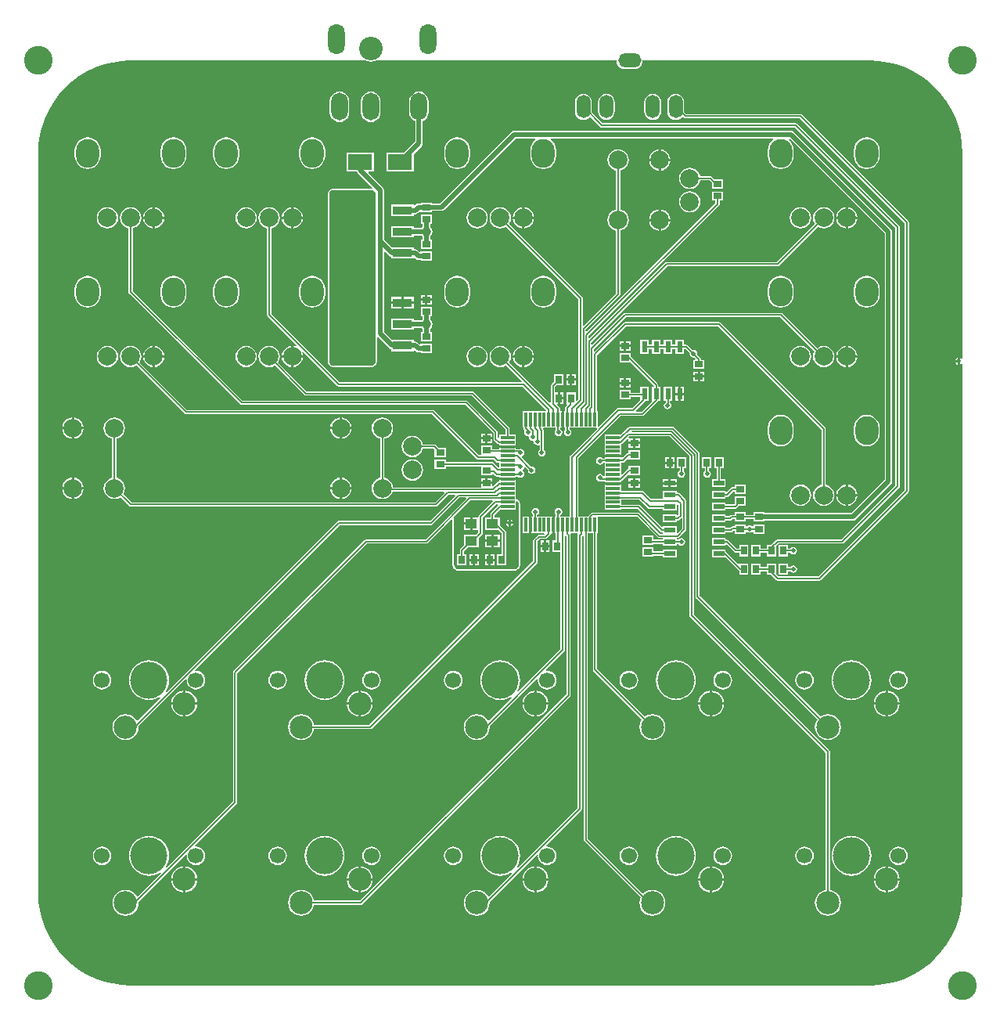
<source format=gtl>
G04 Layer_Physical_Order=1*
G04 Layer_Color=11767835*
%FSLAX25Y25*%
%MOIN*%
G70*
G01*
G75*
%ADD10R,0.03543X0.02756*%
%ADD11R,0.02756X0.03543*%
%ADD12R,0.04646X0.02284*%
%ADD13R,0.10433X0.06890*%
%ADD14R,0.05906X0.01181*%
%ADD15R,0.01181X0.05906*%
%ADD16R,0.05118X0.04134*%
%ADD17R,0.08465X0.12795*%
%ADD18R,0.08465X0.03740*%
%ADD19R,0.02284X0.04646*%
%ADD20C,0.00591*%
%ADD21C,0.01969*%
%ADD22C,0.07874*%
%ADD23C,0.12205*%
%ADD24O,0.09843X0.12205*%
%ADD25O,0.09843X0.05906*%
%ADD26O,0.05906X0.09843*%
%ADD27O,0.07087X0.11811*%
%ADD28C,0.10022*%
%ADD29O,0.07087X0.12992*%
%ADD30C,0.15748*%
%ADD31C,0.09843*%
%ADD32C,0.06693*%
%ADD33C,0.01969*%
%ADD34C,0.02362*%
%ADD35C,0.03937*%
G36*
X771580Y806944D02*
X775407Y806377D01*
X779159Y805437D01*
X782801Y804134D01*
X786298Y802480D01*
X789616Y800491D01*
X792723Y798187D01*
X795589Y795589D01*
X798187Y792723D01*
X800491Y789616D01*
X802480Y786298D01*
X804134Y782801D01*
X805437Y779159D01*
X806377Y775407D01*
X806944Y771580D01*
X807132Y767764D01*
X807087Y767717D01*
X807087D01*
X807100Y680492D01*
X806822Y680355D01*
X806600Y680301D01*
X806126Y680617D01*
X806012Y680640D01*
Y679134D01*
Y677628D01*
X806126Y677650D01*
X806600Y677967D01*
X806821Y677913D01*
X807100Y677777D01*
X807134Y452756D01*
X806944Y448892D01*
X806377Y445066D01*
X805437Y441314D01*
X804134Y437672D01*
X802480Y434175D01*
X800491Y430857D01*
X798187Y427750D01*
X795589Y424884D01*
X792723Y422286D01*
X789616Y419982D01*
X786298Y417993D01*
X782801Y416339D01*
X779159Y415036D01*
X775407Y414096D01*
X771580Y413528D01*
X768217Y413363D01*
X767717Y413386D01*
Y413386D01*
X452756Y413339D01*
X452756D01*
X448892Y413528D01*
X445066Y414096D01*
X441314Y415036D01*
X437672Y416339D01*
X434175Y417993D01*
X430857Y419982D01*
X427750Y422286D01*
X424884Y424884D01*
X422286Y427750D01*
X419981Y430857D01*
X417993Y434175D01*
X416339Y437672D01*
X415036Y441314D01*
X414096Y445066D01*
X413528Y448892D01*
X413341Y452709D01*
X413386Y452756D01*
X413386D01*
X413339Y767717D01*
X413528Y771580D01*
X414096Y775407D01*
X415036Y779159D01*
X416339Y782801D01*
X417993Y786298D01*
X419981Y789616D01*
X422286Y792723D01*
X424884Y795589D01*
X427750Y798187D01*
X430857Y800491D01*
X434175Y802480D01*
X437672Y804134D01*
X441314Y805437D01*
X445066Y806377D01*
X448892Y806944D01*
X452256Y807110D01*
X452756Y807087D01*
Y807087D01*
X552800Y807102D01*
X553656Y806747D01*
X555118Y806555D01*
X556580Y806747D01*
X557438Y807102D01*
X659785Y807118D01*
X659812Y807087D01*
X659934Y806162D01*
X660291Y805300D01*
X660859Y804560D01*
X661599Y803992D01*
X662461Y803634D01*
X663386Y803513D01*
X667323D01*
X668248Y803634D01*
X669110Y803992D01*
X669850Y804560D01*
X670418Y805300D01*
X670775Y806162D01*
X670897Y807087D01*
X670926Y807120D01*
X767717Y807134D01*
X771580Y806944D01*
D02*
G37*
%LPC*%
G36*
X757374Y621547D02*
X753373D01*
X753463Y620865D01*
X753919Y619764D01*
X754645Y618818D01*
X755591Y618092D01*
X756692Y617636D01*
X757374Y617546D01*
Y621547D01*
D02*
G37*
G36*
X762375D02*
X758374D01*
Y617546D01*
X759056Y617636D01*
X760157Y618092D01*
X761103Y618818D01*
X761829Y619764D01*
X762285Y620865D01*
X762375Y621547D01*
D02*
G37*
G36*
X714961Y621457D02*
X710236D01*
Y618403D01*
X709941Y618108D01*
X706299D01*
Y618937D01*
X700472D01*
Y615472D01*
X706299D01*
Y616301D01*
X710315D01*
X710661Y616370D01*
X710954Y616566D01*
X711907Y617520D01*
X714961D01*
Y621457D01*
D02*
G37*
G36*
X738189Y626614D02*
X737007Y626458D01*
X735906Y626002D01*
X734960Y625276D01*
X734234Y624331D01*
X733778Y623229D01*
X733622Y622047D01*
X733778Y620865D01*
X734234Y619764D01*
X734960Y618818D01*
X735906Y618092D01*
X737007Y617636D01*
X738189Y617481D01*
X739371Y617636D01*
X740472Y618092D01*
X741418Y618818D01*
X742144Y619764D01*
X742600Y620865D01*
X742756Y622047D01*
X742600Y623229D01*
X742144Y624331D01*
X741418Y625276D01*
X740472Y626002D01*
X739371Y626458D01*
X738189Y626614D01*
D02*
G37*
G36*
X622532Y612992D02*
X619882D01*
Y605905D01*
X622532D01*
Y609449D01*
Y612992D01*
D02*
G37*
G36*
X722835Y609646D02*
X718110D01*
Y609055D01*
X717870Y608922D01*
X717610Y608853D01*
X717150Y609161D01*
X716535Y609283D01*
X715921Y609161D01*
X715461Y608853D01*
X715201Y608922D01*
X714961Y609055D01*
Y609646D01*
X710236D01*
Y608777D01*
X709055D01*
X709055Y608777D01*
X708767Y608720D01*
X708709Y608708D01*
X708417Y608513D01*
X708012Y608108D01*
X706299D01*
Y608937D01*
X700472D01*
Y605472D01*
X706299D01*
Y606301D01*
X708386D01*
X708732Y606370D01*
X709024Y606566D01*
X709429Y606971D01*
X710236D01*
Y605709D01*
X714961D01*
Y606299D01*
X715201Y606432D01*
X715461Y606501D01*
X715921Y606194D01*
X716535Y606072D01*
X717150Y606194D01*
X717610Y606501D01*
X717870Y606432D01*
X718110Y606299D01*
Y605709D01*
X722835D01*
Y609646D01*
D02*
G37*
G36*
X734252Y777196D02*
X734252Y777196D01*
X616142D01*
X615527Y777074D01*
X615006Y776726D01*
X584571Y746291D01*
X581102D01*
Y746654D01*
X576378D01*
Y746291D01*
X575394D01*
X575394Y746291D01*
X574881Y746189D01*
X574779Y746169D01*
X574258Y745820D01*
X573827Y745389D01*
X573327Y745596D01*
Y745768D01*
X563681D01*
Y740846D01*
X573327D01*
Y741701D01*
X574016D01*
X574016Y741701D01*
X574528Y741803D01*
X574630Y741824D01*
X575151Y742172D01*
X575878Y742899D01*
X576378Y742717D01*
Y742717D01*
X581102D01*
Y743079D01*
X585236D01*
X585236Y743079D01*
X585749Y743181D01*
X585851Y743202D01*
X586372Y743550D01*
X616807Y773985D01*
X625298D01*
X625467Y773485D01*
X624612Y772829D01*
X623729Y771677D01*
X623173Y770336D01*
X622984Y768898D01*
Y766535D01*
X623173Y765097D01*
X623729Y763756D01*
X624612Y762604D01*
X625764Y761721D01*
X627104Y761166D01*
X628543Y760976D01*
X629982Y761166D01*
X631323Y761721D01*
X632474Y762604D01*
X633358Y763756D01*
X633913Y765097D01*
X634103Y766535D01*
Y768898D01*
X633913Y770336D01*
X633358Y771677D01*
X632474Y772829D01*
X631619Y773485D01*
X631789Y773985D01*
X726479D01*
X726649Y773485D01*
X725793Y772829D01*
X724910Y771677D01*
X724355Y770336D01*
X724165Y768898D01*
Y766535D01*
X724355Y765097D01*
X724910Y763756D01*
X725793Y762604D01*
X726945Y761721D01*
X728286Y761166D01*
X729724Y760976D01*
X731163Y761166D01*
X732504Y761721D01*
X733656Y762604D01*
X734539Y763756D01*
X735094Y765097D01*
X735284Y766535D01*
Y768898D01*
X735094Y770336D01*
X734539Y771677D01*
X733656Y772829D01*
X732800Y773485D01*
X732970Y773985D01*
X733587D01*
X773985Y733587D01*
Y628618D01*
X759768Y614401D01*
X722835D01*
Y614764D01*
X718110D01*
Y613698D01*
X714961D01*
Y614764D01*
X710236D01*
Y613698D01*
X708858D01*
X708513Y613630D01*
X708220Y613434D01*
X707894Y613108D01*
X706299D01*
Y613937D01*
X700472D01*
Y610472D01*
X706299D01*
Y611302D01*
X708268D01*
X708613Y611370D01*
X708906Y611566D01*
X709232Y611892D01*
X710236D01*
Y610827D01*
X714961D01*
Y611892D01*
X718110D01*
Y610827D01*
X722835D01*
Y611190D01*
X760433D01*
X760433Y611190D01*
X760946Y611292D01*
X761048Y611312D01*
X761568Y611660D01*
X776726Y626817D01*
X776726Y626817D01*
X777074Y627338D01*
X777196Y627953D01*
Y734252D01*
X777196Y734252D01*
X777094Y734764D01*
X777074Y734866D01*
X776726Y735387D01*
X735387Y776726D01*
X734866Y777074D01*
X734764Y777094D01*
X734252Y777196D01*
D02*
G37*
G36*
X560039Y655157D02*
X558857Y655002D01*
X557756Y654545D01*
X556810Y653820D01*
X556085Y652874D01*
X555628Y651772D01*
X555473Y650591D01*
X555628Y649409D01*
X556085Y648307D01*
X556810Y647362D01*
X557756Y646636D01*
X558857Y646179D01*
X559136Y646143D01*
Y629448D01*
X558857Y629411D01*
X557756Y628955D01*
X556810Y628229D01*
X556085Y627283D01*
X555628Y626182D01*
X555473Y625000D01*
X555628Y623818D01*
X556085Y622717D01*
X556810Y621771D01*
X557756Y621045D01*
X558857Y620589D01*
X560039Y620433D01*
X561221Y620589D01*
X562323Y621045D01*
X563269Y621771D01*
X563994Y622717D01*
X564321Y623506D01*
X586143D01*
X586334Y623044D01*
X582303Y619013D01*
X453130D01*
X449650Y622494D01*
X449821Y622717D01*
X450277Y623818D01*
X450433Y625000D01*
X450277Y626182D01*
X449821Y627283D01*
X449095Y628229D01*
X448149Y628955D01*
X447048Y629411D01*
X446769Y629448D01*
Y646143D01*
X447048Y646179D01*
X448149Y646636D01*
X449095Y647362D01*
X449821Y648307D01*
X450277Y649409D01*
X450433Y650591D01*
X450277Y651772D01*
X449821Y652874D01*
X449095Y653820D01*
X448149Y654545D01*
X447048Y655002D01*
X445866Y655157D01*
X444684Y655002D01*
X443583Y654545D01*
X442637Y653820D01*
X441911Y652874D01*
X441455Y651772D01*
X441299Y650591D01*
X441455Y649409D01*
X441911Y648307D01*
X442637Y647362D01*
X443583Y646636D01*
X444684Y646179D01*
X444963Y646143D01*
Y629448D01*
X444684Y629411D01*
X443583Y628955D01*
X442637Y628229D01*
X441911Y627283D01*
X441455Y626182D01*
X441299Y625000D01*
X441455Y623818D01*
X441911Y622717D01*
X442637Y621771D01*
X443583Y621045D01*
X444684Y620589D01*
X445866Y620433D01*
X447048Y620589D01*
X448149Y621045D01*
X448373Y621216D01*
X452117Y617472D01*
X452410Y617276D01*
X452756Y617207D01*
X582677D01*
X583023Y617276D01*
X583316Y617472D01*
X588169Y622325D01*
X590867D01*
X591058Y621863D01*
X580335Y611139D01*
X541339D01*
X540993Y611071D01*
X540700Y610875D01*
X540700Y610875D01*
X468084Y538259D01*
X467702Y538582D01*
X468488Y540052D01*
X468972Y541648D01*
X469135Y543307D01*
X468972Y544966D01*
X468488Y546562D01*
X467702Y548033D01*
X466644Y549321D01*
X465355Y550379D01*
X463885Y551165D01*
X462289Y551649D01*
X460630Y551813D01*
X458971Y551649D01*
X457375Y551165D01*
X455904Y550379D01*
X454616Y549321D01*
X453558Y548033D01*
X452772Y546562D01*
X452288Y544966D01*
X452124Y543307D01*
X452288Y541648D01*
X452772Y540052D01*
X453558Y538582D01*
X454616Y537293D01*
X455904Y536235D01*
X457375Y535449D01*
X458971Y534965D01*
X460630Y534802D01*
X462289Y534965D01*
X463885Y535449D01*
X465355Y536235D01*
X465679Y535853D01*
X455920Y526095D01*
X455340Y526222D01*
X454561Y527238D01*
X453410Y528122D01*
X452069Y528677D01*
X450630Y528866D01*
X449191Y528677D01*
X447850Y528122D01*
X446699Y527238D01*
X445815Y526087D01*
X445260Y524746D01*
X445071Y523307D01*
X445260Y521868D01*
X445815Y520527D01*
X446699Y519376D01*
X447850Y518493D01*
X449191Y517937D01*
X450630Y517748D01*
X452069Y517937D01*
X453410Y518493D01*
X454561Y519376D01*
X455444Y520527D01*
X456000Y521868D01*
X456189Y523307D01*
X456131Y523751D01*
X476226Y543846D01*
X476699Y543612D01*
X476659Y543307D01*
X476794Y542279D01*
X477191Y541322D01*
X477822Y540499D01*
X478644Y539868D01*
X479602Y539471D01*
X480630Y539336D01*
X481658Y539471D01*
X482615Y539868D01*
X483438Y540499D01*
X484069Y541322D01*
X484466Y542279D01*
X484601Y543307D01*
X484466Y544335D01*
X484069Y545293D01*
X483438Y546115D01*
X482615Y546746D01*
X481658Y547143D01*
X480630Y547278D01*
X480325Y547238D01*
X480091Y547711D01*
X541713Y609333D01*
X580709D01*
X581054Y609402D01*
X581347Y609598D01*
X592894Y621144D01*
X595591D01*
X595783Y620682D01*
X578366Y603265D01*
X553150D01*
X552804Y603197D01*
X552511Y603001D01*
X496605Y547095D01*
X496410Y546802D01*
X496341Y546457D01*
Y491713D01*
X468084Y463455D01*
X467702Y463778D01*
X468488Y465249D01*
X468972Y466845D01*
X469135Y468504D01*
X468972Y470163D01*
X468488Y471759D01*
X467702Y473229D01*
X466644Y474518D01*
X465355Y475576D01*
X463885Y476362D01*
X462289Y476846D01*
X460630Y477009D01*
X458971Y476846D01*
X457375Y476362D01*
X455904Y475576D01*
X454616Y474518D01*
X453558Y473229D01*
X452772Y471759D01*
X452288Y470163D01*
X452124Y468504D01*
X452288Y466845D01*
X452772Y465249D01*
X453558Y463778D01*
X454616Y462490D01*
X455904Y461432D01*
X457375Y460646D01*
X458971Y460162D01*
X460630Y459998D01*
X462289Y460162D01*
X463885Y460646D01*
X465355Y461432D01*
X465678Y461050D01*
X455920Y451292D01*
X455340Y451419D01*
X454561Y452435D01*
X453410Y453319D01*
X452069Y453874D01*
X450630Y454063D01*
X449191Y453874D01*
X447850Y453319D01*
X446699Y452435D01*
X445815Y451284D01*
X445260Y449943D01*
X445071Y448504D01*
X445260Y447065D01*
X445815Y445724D01*
X446699Y444573D01*
X447850Y443689D01*
X449191Y443134D01*
X450630Y442945D01*
X452069Y443134D01*
X453410Y443689D01*
X454561Y444573D01*
X455444Y445724D01*
X456000Y447065D01*
X456189Y448504D01*
X456131Y448948D01*
X476226Y469043D01*
X476699Y468809D01*
X476659Y468504D01*
X476794Y467476D01*
X477191Y466518D01*
X477822Y465696D01*
X478644Y465065D01*
X479602Y464668D01*
X480630Y464533D01*
X481658Y464668D01*
X482615Y465065D01*
X483438Y465696D01*
X484069Y466518D01*
X484466Y467476D01*
X484601Y468504D01*
X484466Y469532D01*
X484069Y470489D01*
X483438Y471312D01*
X482615Y471943D01*
X481658Y472340D01*
X480630Y472475D01*
X480325Y472435D01*
X480091Y472908D01*
X497883Y490700D01*
X498078Y490993D01*
X498147Y491339D01*
Y546083D01*
X553524Y601459D01*
X578740D01*
X579086Y601528D01*
X579379Y601724D01*
X589440Y611785D01*
X589902Y611593D01*
X589873Y592521D01*
X589898Y592460D01*
X589886Y592395D01*
X590038Y591627D01*
X590109Y591521D01*
X590134Y591397D01*
X590569Y590745D01*
X590675Y590675D01*
X590745Y590569D01*
X591397Y590134D01*
X591521Y590109D01*
X591627Y590038D01*
X592357Y589893D01*
X592390Y589900D01*
X592419Y589884D01*
X592516Y589913D01*
X592519Y589912D01*
X616141Y589873D01*
X616202Y589899D01*
X616266Y589886D01*
X617034Y590038D01*
X617140Y590109D01*
X617265Y590134D01*
X617916Y590569D01*
X617987Y590675D01*
X618092Y590745D01*
X618528Y591397D01*
X618552Y591521D01*
X618623Y591627D01*
X618768Y592357D01*
X618762Y592390D01*
X618777Y592419D01*
X618748Y592516D01*
X618749Y592519D01*
X618788Y618109D01*
X618763Y618170D01*
X618776Y618235D01*
X618623Y619003D01*
X618552Y619109D01*
X618528Y619233D01*
X618092Y619885D01*
X617987Y619955D01*
X617916Y620061D01*
X617784Y620149D01*
X617689Y620168D01*
X617615Y620229D01*
X617458Y620214D01*
X617304Y620245D01*
X616966Y620548D01*
X616929Y620599D01*
Y621850D01*
Y623819D01*
Y625787D01*
Y627756D01*
Y628437D01*
X609842D01*
Y627872D01*
X609646D01*
X609300Y627803D01*
X609007Y627607D01*
X607193Y625793D01*
X606693Y626000D01*
Y626862D01*
X601968D01*
Y625813D01*
X601968Y625394D01*
X601502Y625313D01*
X564565D01*
X564450Y626182D01*
X563994Y627283D01*
X563269Y628229D01*
X562323Y628955D01*
X561221Y629411D01*
X560943Y629448D01*
Y646143D01*
X561221Y646179D01*
X562323Y646636D01*
X563269Y647362D01*
X563994Y648307D01*
X564450Y649409D01*
X564606Y650591D01*
X564450Y651772D01*
X563994Y652874D01*
X563269Y653820D01*
X562323Y654545D01*
X561221Y655002D01*
X560039Y655157D01*
D02*
G37*
G36*
X757374Y626548D02*
X756692Y626458D01*
X755591Y626002D01*
X754645Y625276D01*
X753919Y624331D01*
X753463Y623229D01*
X753373Y622547D01*
X757374D01*
Y626548D01*
D02*
G37*
G36*
X758374D02*
Y622547D01*
X762375D01*
X762285Y623229D01*
X761829Y624331D01*
X761103Y625276D01*
X760157Y626002D01*
X759056Y626458D01*
X758374Y626548D01*
D02*
G37*
G36*
X666823Y626862D02*
X664961D01*
Y625394D01*
X666823D01*
Y626862D01*
D02*
G37*
G36*
X546824Y624500D02*
X542823D01*
Y620499D01*
X543505Y620589D01*
X544606Y621045D01*
X545552Y621771D01*
X546278Y622717D01*
X546734Y623818D01*
X546824Y624500D01*
D02*
G37*
G36*
X427650Y624500D02*
X423649D01*
X423739Y623818D01*
X424195Y622717D01*
X424921Y621771D01*
X425866Y621045D01*
X426968Y620589D01*
X427650Y620499D01*
Y624500D01*
D02*
G37*
G36*
X432650D02*
X428650D01*
Y620499D01*
X429331Y620589D01*
X430433Y621045D01*
X431379Y621771D01*
X432104Y622717D01*
X432561Y623818D01*
X432650Y624500D01*
D02*
G37*
G36*
X541823Y624500D02*
X537822D01*
X537912Y623818D01*
X538368Y622717D01*
X539094Y621771D01*
X540039Y621045D01*
X541141Y620589D01*
X541823Y620499D01*
Y624500D01*
D02*
G37*
G36*
X685039Y792944D02*
X684114Y792822D01*
X683252Y792465D01*
X682512Y791897D01*
X681944Y791157D01*
X681587Y790295D01*
X681465Y789370D01*
Y785433D01*
X681587Y784508D01*
X681944Y783646D01*
X682512Y782906D01*
X683252Y782338D01*
X684114Y781981D01*
X685039Y781859D01*
X685964Y781981D01*
X686826Y782338D01*
X687567Y782906D01*
X687636Y782996D01*
X688135Y783029D01*
X688338Y782826D01*
X688631Y782630D01*
X688976Y782561D01*
X737815D01*
X782561Y737815D01*
Y624390D01*
X745689Y587517D01*
X728721D01*
X727756Y588482D01*
Y592913D01*
X723819D01*
Y591454D01*
X721063D01*
Y592913D01*
X717126D01*
Y588189D01*
X721063D01*
Y589648D01*
X723819D01*
Y588189D01*
X725494D01*
X727708Y585976D01*
X728001Y585780D01*
X728346Y585711D01*
X746063D01*
X746409Y585780D01*
X746702Y585976D01*
X784103Y623377D01*
X784299Y623670D01*
X784368Y624016D01*
Y738189D01*
X784368Y738189D01*
X784299Y738535D01*
X784103Y738828D01*
X738828Y784103D01*
X738535Y784299D01*
X738189Y784368D01*
X689351D01*
X688575Y785143D01*
X688613Y785433D01*
Y789370D01*
X688491Y790295D01*
X688134Y791157D01*
X687567Y791897D01*
X686826Y792465D01*
X685964Y792822D01*
X685039Y792944D01*
D02*
G37*
G36*
X706299Y598937D02*
X700472D01*
Y595472D01*
X706299D01*
X706299Y595472D01*
Y595472D01*
X706673Y595199D01*
X711960Y589913D01*
X712008Y589880D01*
Y588189D01*
X715945D01*
Y592913D01*
X712008D01*
X712008Y592913D01*
Y592913D01*
X711539Y592888D01*
X706583Y597843D01*
X706299Y598033D01*
Y598937D01*
D02*
G37*
G36*
X732874Y592913D02*
X728937D01*
Y588189D01*
X732874D01*
Y589648D01*
X733749D01*
X733904Y589416D01*
X734425Y589068D01*
X735039Y588945D01*
X735654Y589068D01*
X736175Y589416D01*
X736523Y589937D01*
X736645Y590551D01*
X736523Y591166D01*
X736175Y591686D01*
X735654Y592035D01*
X735039Y592157D01*
X734425Y592035D01*
X733904Y591686D01*
X733749Y591454D01*
X732874D01*
Y592913D01*
D02*
G37*
G36*
X779843Y547278D02*
X778815Y547143D01*
X777857Y546746D01*
X777035Y546115D01*
X776404Y545293D01*
X776007Y544335D01*
X775872Y543307D01*
X776007Y542279D01*
X776404Y541322D01*
X777035Y540499D01*
X777857Y539868D01*
X778815Y539471D01*
X779843Y539336D01*
X780870Y539471D01*
X781828Y539868D01*
X782650Y540499D01*
X783282Y541322D01*
X783678Y542279D01*
X783813Y543307D01*
X783678Y544335D01*
X783282Y545293D01*
X782650Y546115D01*
X781828Y546746D01*
X780870Y547143D01*
X779843Y547278D01*
D02*
G37*
G36*
X665039D02*
X664012Y547143D01*
X663054Y546746D01*
X662231Y546115D01*
X661600Y545293D01*
X661204Y544335D01*
X661068Y543307D01*
X661204Y542279D01*
X661600Y541322D01*
X662231Y540499D01*
X663054Y539868D01*
X664012Y539471D01*
X665039Y539336D01*
X666067Y539471D01*
X667025Y539868D01*
X667847Y540499D01*
X668478Y541322D01*
X668875Y542279D01*
X669010Y543307D01*
X668875Y544335D01*
X668478Y545293D01*
X667847Y546115D01*
X667025Y546746D01*
X666067Y547143D01*
X665039Y547278D01*
D02*
G37*
G36*
X705039D02*
X704012Y547143D01*
X703054Y546746D01*
X702232Y546115D01*
X701600Y545293D01*
X701204Y544335D01*
X701068Y543307D01*
X701204Y542279D01*
X701600Y541322D01*
X702232Y540499D01*
X703054Y539868D01*
X704012Y539471D01*
X705039Y539336D01*
X706067Y539471D01*
X707025Y539868D01*
X707847Y540499D01*
X708478Y541322D01*
X708875Y542279D01*
X709010Y543307D01*
X708875Y544335D01*
X708478Y545293D01*
X707847Y546115D01*
X707025Y546746D01*
X706067Y547143D01*
X705039Y547278D01*
D02*
G37*
G36*
X739843D02*
X738815Y547143D01*
X737857Y546746D01*
X737035Y546115D01*
X736404Y545293D01*
X736007Y544335D01*
X735872Y543307D01*
X736007Y542279D01*
X736404Y541322D01*
X737035Y540499D01*
X737857Y539868D01*
X738815Y539471D01*
X739843Y539336D01*
X740870Y539471D01*
X741828Y539868D01*
X742650Y540499D01*
X743282Y541322D01*
X743678Y542279D01*
X743814Y543307D01*
X743678Y544335D01*
X743282Y545293D01*
X742650Y546115D01*
X741828Y546746D01*
X740870Y547143D01*
X739843Y547278D01*
D02*
G37*
G36*
X675591Y599803D02*
X670866D01*
Y595866D01*
X675591D01*
Y596302D01*
X679528D01*
Y595472D01*
X685354D01*
Y598937D01*
X679528D01*
Y598108D01*
X675591D01*
Y599803D01*
D02*
G37*
G36*
X628831Y602756D02*
X627362D01*
Y600894D01*
X628831D01*
Y602756D01*
D02*
G37*
G36*
X631299D02*
X629831D01*
Y600894D01*
X631299D01*
Y602756D01*
D02*
G37*
G36*
X645669Y792944D02*
X644744Y792822D01*
X643882Y792465D01*
X643142Y791897D01*
X642574Y791157D01*
X642217Y790295D01*
X642095Y789370D01*
Y785433D01*
X642217Y784508D01*
X642574Y783646D01*
X643142Y782906D01*
X643882Y782338D01*
X644744Y781981D01*
X645669Y781859D01*
X646594Y781981D01*
X647456Y782338D01*
X648196Y782906D01*
X648266Y782996D01*
X648765Y783029D01*
X652905Y778889D01*
X653198Y778693D01*
X653543Y778624D01*
X735846D01*
X778624Y735846D01*
Y626358D01*
X755531Y603265D01*
X728346D01*
X728346Y603265D01*
X728058Y603208D01*
X728001Y603197D01*
X727708Y603001D01*
X725494Y600787D01*
X723819D01*
Y599328D01*
X721063D01*
Y600787D01*
X717126D01*
Y596063D01*
X721063D01*
Y597522D01*
X723819D01*
Y596063D01*
X727756D01*
Y600494D01*
X728721Y601459D01*
X755905D01*
X756251Y601528D01*
X756544Y601724D01*
X780166Y625346D01*
X780362Y625639D01*
X780431Y625984D01*
X780431Y625984D01*
Y736221D01*
X780362Y736566D01*
X780166Y736859D01*
X780166Y736859D01*
X736859Y780166D01*
X736566Y780362D01*
X736221Y780431D01*
X653917D01*
X649205Y785143D01*
X649243Y785433D01*
Y789370D01*
X649121Y790295D01*
X648764Y791157D01*
X648196Y791897D01*
X647456Y792465D01*
X646594Y792822D01*
X645669Y792944D01*
D02*
G37*
G36*
X631299Y599894D02*
X629831D01*
Y598032D01*
X631299D01*
Y599894D01*
D02*
G37*
G36*
X706299Y603937D02*
X700472D01*
Y600472D01*
X706299D01*
Y600772D01*
X706799Y600979D01*
X709991Y597787D01*
X710284Y597591D01*
X710630Y597522D01*
X712008D01*
Y596063D01*
X715945D01*
Y600787D01*
X712008D01*
Y599328D01*
X711004D01*
X707489Y602843D01*
X707196Y603039D01*
X706850Y603108D01*
X706299D01*
Y603937D01*
D02*
G37*
G36*
X732874Y600787D02*
X728937D01*
Y596063D01*
X732874D01*
Y597522D01*
X733749D01*
X733904Y597290D01*
X734425Y596942D01*
X735039Y596819D01*
X735654Y596942D01*
X736175Y597290D01*
X736523Y597811D01*
X736645Y598425D01*
X736523Y599040D01*
X736175Y599561D01*
X735654Y599909D01*
X735039Y600031D01*
X734425Y599909D01*
X733904Y599561D01*
X733749Y599328D01*
X732874D01*
Y600787D01*
D02*
G37*
G36*
X628831Y599894D02*
X627362D01*
Y598032D01*
X628831D01*
Y599894D01*
D02*
G37*
G36*
X684449Y635327D02*
X682980D01*
Y633465D01*
X684449D01*
Y635327D01*
D02*
G37*
G36*
X452756Y685669D02*
X451574Y685513D01*
X450473Y685057D01*
X449527Y684332D01*
X448801Y683386D01*
X448345Y682284D01*
X448189Y681102D01*
X448345Y679920D01*
X448801Y678819D01*
X449527Y677873D01*
X450473Y677147D01*
X451574Y676691D01*
X452756Y676536D01*
X453938Y676691D01*
X455039Y677147D01*
X455262Y677319D01*
X475739Y656842D01*
X476032Y656646D01*
X476378Y656577D01*
X581122D01*
X589125Y648574D01*
X600149Y637550D01*
X600442Y637355D01*
X600787Y637286D01*
X607500D01*
X608613Y636172D01*
X608613Y636172D01*
X608906Y635977D01*
X609252Y635908D01*
X609842D01*
Y635630D01*
Y634268D01*
X609342Y634061D01*
X607528Y635875D01*
X607235Y636071D01*
X606890Y636139D01*
X587008D01*
Y637205D01*
X582283D01*
Y633268D01*
X587008D01*
Y634333D01*
X601968D01*
Y630512D01*
X606693D01*
Y631171D01*
X607193Y631294D01*
X608220Y630267D01*
X608513Y630071D01*
X608858Y630002D01*
X609842D01*
Y629724D01*
Y629437D01*
X616929D01*
Y629724D01*
Y630002D01*
X617739D01*
X617762Y629967D01*
X618283Y629619D01*
X618898Y629497D01*
X619512Y629619D01*
X620033Y629967D01*
X620381Y630488D01*
X620503Y631102D01*
X620381Y631717D01*
X620033Y632238D01*
X619825Y632376D01*
Y632978D01*
X620033Y633117D01*
X620381Y633638D01*
X620430Y633885D01*
X620973Y634049D01*
X622071Y632951D01*
X622016Y632677D01*
X622139Y632063D01*
X622487Y631542D01*
X623008Y631194D01*
X623622Y631072D01*
X624236Y631194D01*
X624757Y631542D01*
X625105Y632063D01*
X625228Y632677D01*
X625105Y633292D01*
X624757Y633813D01*
X624236Y634161D01*
X623622Y634283D01*
X623348Y634228D01*
X619370Y638206D01*
X619431Y638408D01*
X619570Y638713D01*
X620033Y639022D01*
X620381Y639543D01*
X620503Y640158D01*
X620381Y640772D01*
X620033Y641293D01*
X619512Y641641D01*
X618898Y641763D01*
X618321Y641648D01*
X618307Y641651D01*
X616929D01*
Y641929D01*
Y642216D01*
X609842D01*
Y641651D01*
X606693D01*
Y643110D01*
X601968D01*
Y639173D01*
X601502Y639092D01*
X601161D01*
X590402Y649851D01*
X582135Y658119D01*
X581842Y658315D01*
X581496Y658384D01*
X476752D01*
X456540Y678596D01*
X456711Y678819D01*
X457167Y679920D01*
X457323Y681102D01*
X457167Y682284D01*
X456711Y683386D01*
X455985Y684332D01*
X455039Y685057D01*
X453938Y685513D01*
X452756Y685669D01*
D02*
G37*
G36*
X681980Y638189D02*
X680512D01*
Y636327D01*
X681980D01*
Y638189D01*
D02*
G37*
G36*
Y635327D02*
X680512D01*
Y633465D01*
X681980D01*
Y635327D01*
D02*
G37*
G36*
X572835Y637362D02*
X571653Y637206D01*
X570551Y636750D01*
X569606Y636024D01*
X568880Y635079D01*
X568424Y633977D01*
X568268Y632795D01*
X568424Y631613D01*
X568880Y630512D01*
X569606Y629566D01*
X570551Y628840D01*
X571653Y628384D01*
X572835Y628229D01*
X574017Y628384D01*
X575118Y628840D01*
X576064Y629566D01*
X576790Y630512D01*
X577246Y631613D01*
X577401Y632795D01*
X577246Y633977D01*
X576790Y635079D01*
X576064Y636024D01*
X575118Y636750D01*
X574017Y637206D01*
X572835Y637362D01*
D02*
G37*
G36*
X689567Y638189D02*
X685630D01*
Y633465D01*
X686695D01*
Y632524D01*
X686266Y632238D01*
X685918Y631717D01*
X685796Y631102D01*
X685918Y630488D01*
X686266Y629967D01*
X686787Y629619D01*
X687402Y629497D01*
X688016Y629619D01*
X688537Y629967D01*
X688885Y630488D01*
X689007Y631102D01*
X688885Y631717D01*
X688537Y632238D01*
X688502Y632261D01*
Y633465D01*
X689567D01*
Y638189D01*
D02*
G37*
G36*
X700197D02*
X696260D01*
Y633465D01*
X697325D01*
Y632261D01*
X697290Y632238D01*
X696942Y631717D01*
X696819Y631102D01*
X696942Y630488D01*
X697290Y629967D01*
X697811Y629619D01*
X698425Y629497D01*
X699040Y629619D01*
X699561Y629967D01*
X699909Y630488D01*
X700031Y631102D01*
X699909Y631717D01*
X699561Y632238D01*
X699131Y632524D01*
Y633465D01*
X700197D01*
Y638189D01*
D02*
G37*
G36*
X684449D02*
X682980D01*
Y636327D01*
X684449D01*
Y638189D01*
D02*
G37*
G36*
X729724Y656347D02*
X728286Y656157D01*
X726945Y655602D01*
X725793Y654718D01*
X724910Y653567D01*
X724355Y652226D01*
X724165Y650787D01*
Y648425D01*
X724355Y646986D01*
X724910Y645646D01*
X725793Y644494D01*
X726945Y643611D01*
X728286Y643055D01*
X729724Y642866D01*
X731163Y643055D01*
X732504Y643611D01*
X733656Y644494D01*
X734539Y645646D01*
X735094Y646986D01*
X735284Y648425D01*
Y650787D01*
X735094Y652226D01*
X734539Y653567D01*
X733656Y654718D01*
X732504Y655602D01*
X731163Y656157D01*
X729724Y656347D01*
D02*
G37*
G36*
X766339D02*
X764900Y656157D01*
X763559Y655602D01*
X762407Y654718D01*
X761524Y653567D01*
X760969Y652226D01*
X760779Y650787D01*
Y648425D01*
X760969Y646986D01*
X761524Y645646D01*
X762407Y644494D01*
X763559Y643611D01*
X764900Y643055D01*
X766339Y642866D01*
X767777Y643055D01*
X769118Y643611D01*
X770270Y644494D01*
X771153Y645646D01*
X771708Y646986D01*
X771898Y648425D01*
Y650787D01*
X771708Y652226D01*
X771153Y653567D01*
X770270Y654718D01*
X769118Y655602D01*
X767777Y656157D01*
X766339Y656347D01*
D02*
G37*
G36*
X452756Y744724D02*
X451574Y744568D01*
X450473Y744112D01*
X449527Y743387D01*
X448801Y742441D01*
X448345Y741339D01*
X448189Y740158D01*
X448345Y738976D01*
X448801Y737874D01*
X449527Y736928D01*
X450473Y736203D01*
X451574Y735746D01*
X451853Y735710D01*
Y708661D01*
X451922Y708316D01*
X452117Y708023D01*
X499361Y660779D01*
X499654Y660583D01*
X499712Y660571D01*
X500000Y660514D01*
X500000Y660514D01*
X595295D01*
X607365Y648445D01*
Y646063D01*
X607433Y645717D01*
X607629Y645424D01*
X609007Y644046D01*
X609300Y643851D01*
X609646Y643782D01*
X609842D01*
Y643504D01*
Y643217D01*
X616929D01*
Y643504D01*
Y645472D01*
Y647835D01*
X614289D01*
Y650394D01*
X614289Y650394D01*
X614232Y650682D01*
X614220Y650739D01*
X614024Y651032D01*
X614024Y651032D01*
X599064Y665993D01*
X598771Y666189D01*
X598425Y666257D01*
X527933D01*
X515595Y678596D01*
X515766Y678819D01*
X516222Y679920D01*
X516378Y681102D01*
X516222Y682284D01*
X515766Y683386D01*
X515040Y684332D01*
X514094Y685057D01*
X512993Y685513D01*
X511811Y685669D01*
X510629Y685513D01*
X509528Y685057D01*
X508582Y684332D01*
X507856Y683386D01*
X507400Y682284D01*
X507244Y681102D01*
X507400Y679920D01*
X507856Y678819D01*
X508582Y677873D01*
X509528Y677147D01*
X510629Y676691D01*
X511811Y676536D01*
X512993Y676691D01*
X514094Y677147D01*
X514317Y677319D01*
X526920Y664716D01*
X527213Y664520D01*
X527559Y664451D01*
X527559Y664451D01*
X598051D01*
X612483Y650020D01*
Y647835D01*
X609842D01*
Y646792D01*
X609342Y646542D01*
X609171Y646671D01*
Y648819D01*
X609102Y649164D01*
X608906Y649458D01*
X596308Y662056D01*
X596015Y662252D01*
X595669Y662321D01*
X500374D01*
X453659Y709035D01*
Y735710D01*
X453938Y735746D01*
X455039Y736203D01*
X455985Y736928D01*
X456711Y737874D01*
X457167Y738976D01*
X457323Y740158D01*
X457167Y741339D01*
X456711Y742441D01*
X455985Y743387D01*
X455039Y744112D01*
X453938Y744568D01*
X452756Y744724D01*
D02*
G37*
G36*
X669685Y643791D02*
X667823D01*
Y642323D01*
X669685D01*
Y643791D01*
D02*
G37*
G36*
Y641142D02*
X664961D01*
Y640500D01*
X664764Y640076D01*
X664475Y640019D01*
X664418Y640008D01*
X664125Y639812D01*
X664125Y639812D01*
X662311Y637998D01*
X661811Y638205D01*
Y638279D01*
X654724D01*
Y637714D01*
X653915D01*
X653891Y637749D01*
X653370Y638098D01*
X652756Y638220D01*
X652141Y638098D01*
X651620Y637749D01*
X651272Y637229D01*
X651150Y636614D01*
X651272Y636000D01*
X651620Y635479D01*
X652141Y635131D01*
X652756Y635008D01*
X653370Y635131D01*
X653891Y635479D01*
X654178Y635908D01*
X654724D01*
Y635630D01*
Y633661D01*
Y631693D01*
Y630320D01*
X654262Y630157D01*
X654224Y630164D01*
X653891Y630663D01*
X653370Y631011D01*
X652756Y631133D01*
X652141Y631011D01*
X651620Y630663D01*
X651272Y630142D01*
X651150Y629528D01*
X651272Y628913D01*
X651620Y628392D01*
X652141Y628044D01*
X652756Y627922D01*
X653333Y628037D01*
X653346Y628034D01*
X654724D01*
Y627756D01*
Y627468D01*
X661811D01*
Y627756D01*
Y628073D01*
X661960Y628103D01*
X662253Y628298D01*
X664496Y630542D01*
X664961Y630512D01*
Y630512D01*
X664961Y630512D01*
X669685D01*
Y634449D01*
X664961D01*
Y633344D01*
X664812Y633315D01*
X664519Y633119D01*
X662273Y630873D01*
X661811Y631064D01*
Y631693D01*
Y633661D01*
Y635630D01*
Y635908D01*
X662402D01*
X662747Y635977D01*
X663040Y636172D01*
X664499Y637631D01*
X664961Y637439D01*
Y637205D01*
X669685D01*
Y641142D01*
D02*
G37*
G36*
X572835Y647362D02*
X571653Y647206D01*
X570551Y646750D01*
X569606Y646024D01*
X568880Y645079D01*
X568424Y643977D01*
X568268Y642795D01*
X568424Y641613D01*
X568880Y640512D01*
X569606Y639566D01*
X570551Y638840D01*
X571653Y638384D01*
X572835Y638229D01*
X574017Y638384D01*
X575118Y638840D01*
X576064Y639566D01*
X576790Y640512D01*
X577246Y641613D01*
X577282Y641892D01*
X581831D01*
X582283Y641439D01*
Y638386D01*
X587008D01*
Y642323D01*
X583954D01*
X582843Y643434D01*
X582550Y643630D01*
X582205Y643698D01*
X577282D01*
X577246Y643977D01*
X576790Y645079D01*
X576064Y646024D01*
X575118Y646750D01*
X574017Y647206D01*
X572835Y647362D01*
D02*
G37*
G36*
X666823Y643791D02*
X664961D01*
Y642323D01*
X666823D01*
Y643791D01*
D02*
G37*
G36*
X427650Y629501D02*
X426968Y629411D01*
X425866Y628955D01*
X424921Y628229D01*
X424195Y627283D01*
X423739Y626182D01*
X423649Y625500D01*
X427650D01*
Y629501D01*
D02*
G37*
G36*
X428650D02*
Y625500D01*
X432650D01*
X432561Y626182D01*
X432104Y627283D01*
X431379Y628229D01*
X430433Y628955D01*
X429331Y629411D01*
X428650Y629501D01*
D02*
G37*
G36*
X541823Y629501D02*
X541141Y629411D01*
X540039Y628955D01*
X539094Y628229D01*
X538368Y627283D01*
X537912Y626182D01*
X537822Y625500D01*
X541823D01*
Y629501D01*
D02*
G37*
G36*
X705315Y638189D02*
X701378D01*
Y633465D01*
X702483D01*
Y628937D01*
X700472D01*
Y625472D01*
X706299D01*
Y628937D01*
X704289D01*
Y633465D01*
X705315D01*
Y638189D01*
D02*
G37*
G36*
X669685Y626862D02*
X667823D01*
Y625394D01*
X669685D01*
Y626862D01*
D02*
G37*
G36*
X681941Y626705D02*
X679528D01*
Y625472D01*
X681941D01*
Y626705D01*
D02*
G37*
G36*
X685354D02*
X682941D01*
Y625472D01*
X685354D01*
Y626705D01*
D02*
G37*
G36*
X542823Y629501D02*
Y625500D01*
X546824D01*
X546734Y626182D01*
X546278Y627283D01*
X545552Y628229D01*
X544606Y628955D01*
X543505Y629411D01*
X542823Y629501D01*
D02*
G37*
G36*
X606693Y629331D02*
X604831D01*
Y627862D01*
X606693D01*
Y629331D01*
D02*
G37*
G36*
X666823Y629331D02*
X664961D01*
Y627862D01*
X666823D01*
Y629331D01*
D02*
G37*
G36*
X669685D02*
X667823D01*
Y627862D01*
X669685D01*
Y629331D01*
D02*
G37*
G36*
X603831Y629331D02*
X601968D01*
Y627862D01*
X603831D01*
Y629331D01*
D02*
G37*
G36*
X714961Y626575D02*
X710236D01*
Y625510D01*
X709252D01*
X709252Y625510D01*
X708964Y625452D01*
X708906Y625441D01*
X708613Y625245D01*
X706799Y623431D01*
X706299Y623638D01*
Y623937D01*
X700472D01*
Y620472D01*
X706299D01*
Y621302D01*
X706850D01*
X707196Y621370D01*
X707489Y621566D01*
X709626Y623703D01*
X710236D01*
Y622638D01*
X714961D01*
Y626575D01*
D02*
G37*
G36*
X681941Y628937D02*
X679528D01*
Y627705D01*
X681941D01*
Y628937D01*
D02*
G37*
G36*
X685354D02*
X682941D01*
Y627705D01*
X685354D01*
Y628937D01*
D02*
G37*
G36*
X775343Y463998D02*
Y459004D01*
X780336D01*
X780212Y459943D01*
X779657Y461284D01*
X778774Y462435D01*
X777622Y463318D01*
X776281Y463874D01*
X775343Y463998D01*
D02*
G37*
G36*
X535433Y477009D02*
X533774Y476846D01*
X532178Y476362D01*
X530708Y475576D01*
X529419Y474518D01*
X528361Y473229D01*
X527575Y471759D01*
X527091Y470163D01*
X526928Y468504D01*
X527091Y466845D01*
X527575Y465249D01*
X528361Y463778D01*
X529419Y462490D01*
X530708Y461432D01*
X532178Y460646D01*
X533774Y460162D01*
X535433Y459998D01*
X537092Y460162D01*
X538688Y460646D01*
X540159Y461432D01*
X541447Y462490D01*
X542505Y463778D01*
X543291Y465249D01*
X543775Y466845D01*
X543939Y468504D01*
X543775Y470163D01*
X543291Y471759D01*
X542505Y473229D01*
X541447Y474518D01*
X540159Y475576D01*
X538688Y476362D01*
X537092Y476846D01*
X535433Y477009D01*
D02*
G37*
G36*
X685039D02*
X683380Y476846D01*
X681784Y476362D01*
X680314Y475576D01*
X679025Y474518D01*
X677967Y473229D01*
X677181Y471759D01*
X676697Y470163D01*
X676534Y468504D01*
X676697Y466845D01*
X677181Y465249D01*
X677967Y463778D01*
X679025Y462490D01*
X680314Y461432D01*
X681784Y460646D01*
X683380Y460162D01*
X685039Y459998D01*
X686699Y460162D01*
X688294Y460646D01*
X689765Y461432D01*
X691054Y462490D01*
X692111Y463778D01*
X692898Y465249D01*
X693382Y466845D01*
X693545Y468504D01*
X693382Y470163D01*
X692898Y471759D01*
X692111Y473229D01*
X691054Y474518D01*
X689765Y475576D01*
X688294Y476362D01*
X686699Y476846D01*
X685039Y477009D01*
D02*
G37*
G36*
X774342Y463998D02*
X773404Y463874D01*
X772063Y463318D01*
X770911Y462435D01*
X770028Y461284D01*
X769473Y459943D01*
X769349Y459004D01*
X774342D01*
Y463998D01*
D02*
G37*
G36*
X625736D02*
Y459004D01*
X630730D01*
X630606Y459943D01*
X630051Y461284D01*
X629167Y462435D01*
X628016Y463318D01*
X626675Y463874D01*
X625736Y463998D01*
D02*
G37*
G36*
X699539D02*
X698600Y463874D01*
X697260Y463318D01*
X696108Y462435D01*
X695225Y461284D01*
X694669Y459943D01*
X694546Y459004D01*
X699539D01*
Y463998D01*
D02*
G37*
G36*
X700539D02*
Y459004D01*
X705533D01*
X705409Y459943D01*
X704854Y461284D01*
X703970Y462435D01*
X702819Y463318D01*
X701478Y463874D01*
X700539Y463998D01*
D02*
G37*
G36*
X759842Y477009D02*
X758183Y476846D01*
X756588Y476362D01*
X755117Y475576D01*
X753828Y474518D01*
X752770Y473229D01*
X751984Y471759D01*
X751500Y470163D01*
X751337Y468504D01*
X751500Y466845D01*
X751984Y465249D01*
X752770Y463778D01*
X753828Y462490D01*
X755117Y461432D01*
X756588Y460646D01*
X758183Y460162D01*
X759842Y459998D01*
X761502Y460162D01*
X763097Y460646D01*
X764568Y461432D01*
X765857Y462490D01*
X766915Y463778D01*
X767701Y465249D01*
X768185Y466845D01*
X768348Y468504D01*
X768185Y470163D01*
X767701Y471759D01*
X766915Y473229D01*
X765857Y474518D01*
X764568Y475576D01*
X763097Y476362D01*
X761502Y476846D01*
X759842Y477009D01*
D02*
G37*
G36*
X665039Y472475D02*
X664012Y472340D01*
X663054Y471943D01*
X662231Y471312D01*
X661600Y470489D01*
X661204Y469532D01*
X661068Y468504D01*
X661204Y467476D01*
X661600Y466518D01*
X662231Y465696D01*
X663054Y465065D01*
X664012Y464668D01*
X665039Y464533D01*
X666067Y464668D01*
X667025Y465065D01*
X667847Y465696D01*
X668478Y466518D01*
X668875Y467476D01*
X669010Y468504D01*
X668875Y469532D01*
X668478Y470489D01*
X667847Y471312D01*
X667025Y471943D01*
X666067Y472340D01*
X665039Y472475D01*
D02*
G37*
G36*
X705039D02*
X704012Y472340D01*
X703054Y471943D01*
X702232Y471312D01*
X701600Y470489D01*
X701204Y469532D01*
X701068Y468504D01*
X701204Y467476D01*
X701600Y466518D01*
X702232Y465696D01*
X703054Y465065D01*
X704012Y464668D01*
X705039Y464533D01*
X706067Y464668D01*
X707025Y465065D01*
X707847Y465696D01*
X708478Y466518D01*
X708875Y467476D01*
X709010Y468504D01*
X708875Y469532D01*
X708478Y470489D01*
X707847Y471312D01*
X707025Y471943D01*
X706067Y472340D01*
X705039Y472475D01*
D02*
G37*
G36*
X739843D02*
X738815Y472340D01*
X737857Y471943D01*
X737035Y471312D01*
X736404Y470489D01*
X736007Y469532D01*
X735872Y468504D01*
X736007Y467476D01*
X736404Y466518D01*
X737035Y465696D01*
X737857Y465065D01*
X738815Y464668D01*
X739843Y464533D01*
X740870Y464668D01*
X741828Y465065D01*
X742650Y465696D01*
X743282Y466518D01*
X743678Y467476D01*
X743814Y468504D01*
X743678Y469532D01*
X743282Y470489D01*
X742650Y471312D01*
X741828Y471943D01*
X740870Y472340D01*
X739843Y472475D01*
D02*
G37*
G36*
X590236D02*
X589209Y472340D01*
X588251Y471943D01*
X587428Y471312D01*
X586797Y470489D01*
X586401Y469532D01*
X586265Y468504D01*
X586401Y467476D01*
X586797Y466518D01*
X587428Y465696D01*
X588251Y465065D01*
X589209Y464668D01*
X590236Y464533D01*
X591264Y464668D01*
X592222Y465065D01*
X593044Y465696D01*
X593675Y466518D01*
X594072Y467476D01*
X594207Y468504D01*
X594072Y469532D01*
X593675Y470489D01*
X593044Y471312D01*
X592222Y471943D01*
X591264Y472340D01*
X590236Y472475D01*
D02*
G37*
G36*
X440630D02*
X439602Y472340D01*
X438644Y471943D01*
X437822Y471312D01*
X437191Y470489D01*
X436794Y469532D01*
X436659Y468504D01*
X436794Y467476D01*
X437191Y466518D01*
X437822Y465696D01*
X438644Y465065D01*
X439602Y464668D01*
X440630Y464533D01*
X441658Y464668D01*
X442615Y465065D01*
X443438Y465696D01*
X444069Y466518D01*
X444466Y467476D01*
X444601Y468504D01*
X444466Y469532D01*
X444069Y470489D01*
X443438Y471312D01*
X442615Y471943D01*
X441658Y472340D01*
X440630Y472475D01*
D02*
G37*
G36*
X515433D02*
X514405Y472340D01*
X513448Y471943D01*
X512625Y471312D01*
X511994Y470489D01*
X511597Y469532D01*
X511462Y468504D01*
X511597Y467476D01*
X511994Y466518D01*
X512625Y465696D01*
X513448Y465065D01*
X514405Y464668D01*
X515433Y464533D01*
X516461Y464668D01*
X517419Y465065D01*
X518241Y465696D01*
X518872Y466518D01*
X519269Y467476D01*
X519404Y468504D01*
X519269Y469532D01*
X518872Y470489D01*
X518241Y471312D01*
X517419Y471943D01*
X516461Y472340D01*
X515433Y472475D01*
D02*
G37*
G36*
X555433D02*
X554405Y472340D01*
X553448Y471943D01*
X552625Y471312D01*
X551994Y470489D01*
X551597Y469532D01*
X551462Y468504D01*
X551597Y467476D01*
X551994Y466518D01*
X552625Y465696D01*
X553448Y465065D01*
X554405Y464668D01*
X555433Y464533D01*
X556461Y464668D01*
X557419Y465065D01*
X558241Y465696D01*
X558872Y466518D01*
X559269Y467476D01*
X559404Y468504D01*
X559269Y469532D01*
X558872Y470489D01*
X558241Y471312D01*
X557419Y471943D01*
X556461Y472340D01*
X555433Y472475D01*
D02*
G37*
G36*
X624736Y458004D02*
X619743D01*
X619866Y457065D01*
X620422Y455724D01*
X621305Y454573D01*
X622457Y453689D01*
X623797Y453134D01*
X624736Y453010D01*
Y458004D01*
D02*
G37*
G36*
X630730D02*
X625736D01*
Y453010D01*
X626675Y453134D01*
X628016Y453689D01*
X629167Y454573D01*
X630051Y455724D01*
X630606Y457065D01*
X630730Y458004D01*
D02*
G37*
G36*
X699539D02*
X694546D01*
X694669Y457065D01*
X695225Y455724D01*
X696108Y454573D01*
X697260Y453689D01*
X698600Y453134D01*
X699539Y453010D01*
Y458004D01*
D02*
G37*
G36*
X555927D02*
X550933D01*
Y453010D01*
X551872Y453134D01*
X553213Y453689D01*
X554364Y454573D01*
X555248Y455724D01*
X555803Y457065D01*
X555927Y458004D01*
D02*
G37*
G36*
X475130D02*
X470136D01*
X470260Y457065D01*
X470815Y455724D01*
X471699Y454573D01*
X472850Y453689D01*
X474191Y453134D01*
X475130Y453010D01*
Y458004D01*
D02*
G37*
G36*
X481123D02*
X476130D01*
Y453010D01*
X477069Y453134D01*
X478410Y453689D01*
X479561Y454573D01*
X480444Y455724D01*
X481000Y457065D01*
X481123Y458004D01*
D02*
G37*
G36*
X549933D02*
X544940D01*
X545063Y457065D01*
X545618Y455724D01*
X546502Y454573D01*
X547653Y453689D01*
X548994Y453134D01*
X549933Y453010D01*
Y458004D01*
D02*
G37*
G36*
X705533D02*
X700539D01*
Y453010D01*
X701478Y453134D01*
X702819Y453689D01*
X703970Y454573D01*
X704854Y455724D01*
X705409Y457065D01*
X705533Y458004D01*
D02*
G37*
G36*
X549933Y463998D02*
X548994Y463874D01*
X547653Y463318D01*
X546502Y462435D01*
X545618Y461284D01*
X545063Y459943D01*
X544940Y459004D01*
X549933D01*
Y463998D01*
D02*
G37*
G36*
X550933D02*
Y459004D01*
X555927D01*
X555803Y459943D01*
X555248Y461284D01*
X554364Y462435D01*
X553213Y463318D01*
X551872Y463874D01*
X550933Y463998D01*
D02*
G37*
G36*
X624736D02*
X623797Y463874D01*
X622457Y463318D01*
X621305Y462435D01*
X620422Y461284D01*
X619866Y459943D01*
X619743Y459004D01*
X624736D01*
Y463998D01*
D02*
G37*
G36*
X476130D02*
Y459004D01*
X481123D01*
X481000Y459943D01*
X480444Y461284D01*
X479561Y462435D01*
X478410Y463318D01*
X477069Y463874D01*
X476130Y463998D01*
D02*
G37*
G36*
X774342Y458004D02*
X769349D01*
X769473Y457065D01*
X770028Y455724D01*
X770911Y454573D01*
X772063Y453689D01*
X773404Y453134D01*
X774342Y453010D01*
Y458004D01*
D02*
G37*
G36*
X780336D02*
X775343D01*
Y453010D01*
X776281Y453134D01*
X777622Y453689D01*
X778774Y454573D01*
X779657Y455724D01*
X780212Y457065D01*
X780336Y458004D01*
D02*
G37*
G36*
X475130Y463998D02*
X474191Y463874D01*
X472850Y463318D01*
X471699Y462435D01*
X470815Y461284D01*
X470260Y459943D01*
X470136Y459004D01*
X475130D01*
Y463998D01*
D02*
G37*
G36*
X699539Y538801D02*
X698600Y538677D01*
X697260Y538122D01*
X696108Y537238D01*
X695225Y536087D01*
X694669Y534746D01*
X694546Y533807D01*
X699539D01*
Y538801D01*
D02*
G37*
G36*
X700539D02*
Y533807D01*
X705533D01*
X705409Y534746D01*
X704854Y536087D01*
X703970Y537238D01*
X702819Y538122D01*
X701478Y538677D01*
X700539Y538801D01*
D02*
G37*
G36*
X774342D02*
X773404Y538677D01*
X772063Y538122D01*
X770911Y537238D01*
X770028Y536087D01*
X769473Y534746D01*
X769349Y533807D01*
X774342D01*
Y538801D01*
D02*
G37*
G36*
X625736D02*
Y533807D01*
X630730D01*
X630606Y534746D01*
X630051Y536087D01*
X629167Y537238D01*
X628016Y538122D01*
X626675Y538677D01*
X625736Y538801D01*
D02*
G37*
G36*
X549933D02*
X548994Y538677D01*
X547653Y538122D01*
X546502Y537238D01*
X545618Y536087D01*
X545063Y534746D01*
X544940Y533807D01*
X549933D01*
Y538801D01*
D02*
G37*
G36*
X550933D02*
Y533807D01*
X555927D01*
X555803Y534746D01*
X555248Y536087D01*
X554364Y537238D01*
X553213Y538122D01*
X551872Y538677D01*
X550933Y538801D01*
D02*
G37*
G36*
X624736D02*
X623797Y538677D01*
X622457Y538122D01*
X621305Y537238D01*
X620422Y536087D01*
X619866Y534746D01*
X619743Y533807D01*
X624736D01*
Y538801D01*
D02*
G37*
G36*
X775343D02*
Y533807D01*
X780336D01*
X780212Y534746D01*
X779657Y536087D01*
X778774Y537238D01*
X777622Y538122D01*
X776281Y538677D01*
X775343Y538801D01*
D02*
G37*
G36*
X515433Y547278D02*
X514405Y547143D01*
X513448Y546746D01*
X512625Y546115D01*
X511994Y545293D01*
X511597Y544335D01*
X511462Y543307D01*
X511597Y542279D01*
X511994Y541322D01*
X512625Y540499D01*
X513448Y539868D01*
X514405Y539471D01*
X515433Y539336D01*
X516461Y539471D01*
X517419Y539868D01*
X518241Y540499D01*
X518872Y541322D01*
X519269Y542279D01*
X519404Y543307D01*
X519269Y544335D01*
X518872Y545293D01*
X518241Y546115D01*
X517419Y546746D01*
X516461Y547143D01*
X515433Y547278D01*
D02*
G37*
G36*
X555433D02*
X554405Y547143D01*
X553448Y546746D01*
X552625Y546115D01*
X551994Y545293D01*
X551597Y544335D01*
X551462Y543307D01*
X551597Y542279D01*
X551994Y541322D01*
X552625Y540499D01*
X553448Y539868D01*
X554405Y539471D01*
X555433Y539336D01*
X556461Y539471D01*
X557419Y539868D01*
X558241Y540499D01*
X558872Y541322D01*
X559269Y542279D01*
X559404Y543307D01*
X559269Y544335D01*
X558872Y545293D01*
X558241Y546115D01*
X557419Y546746D01*
X556461Y547143D01*
X555433Y547278D01*
D02*
G37*
G36*
X590236D02*
X589209Y547143D01*
X588251Y546746D01*
X587428Y546115D01*
X586797Y545293D01*
X586401Y544335D01*
X586265Y543307D01*
X586401Y542279D01*
X586797Y541322D01*
X587428Y540499D01*
X588251Y539868D01*
X589209Y539471D01*
X590236Y539336D01*
X591264Y539471D01*
X592222Y539868D01*
X593044Y540499D01*
X593675Y541322D01*
X594072Y542279D01*
X594207Y543307D01*
X594072Y544335D01*
X593675Y545293D01*
X593044Y546115D01*
X592222Y546746D01*
X591264Y547143D01*
X590236Y547278D01*
D02*
G37*
G36*
X440630D02*
X439602Y547143D01*
X438644Y546746D01*
X437822Y546115D01*
X437191Y545293D01*
X436794Y544335D01*
X436659Y543307D01*
X436794Y542279D01*
X437191Y541322D01*
X437822Y540499D01*
X438644Y539868D01*
X439602Y539471D01*
X440630Y539336D01*
X441658Y539471D01*
X442615Y539868D01*
X443438Y540499D01*
X444069Y541322D01*
X444466Y542279D01*
X444601Y543307D01*
X444466Y544335D01*
X444069Y545293D01*
X443438Y546115D01*
X442615Y546746D01*
X441658Y547143D01*
X440630Y547278D01*
D02*
G37*
G36*
X535433Y551813D02*
X533774Y551649D01*
X532178Y551165D01*
X530708Y550379D01*
X529419Y549321D01*
X528361Y548033D01*
X527575Y546562D01*
X527091Y544966D01*
X526928Y543307D01*
X527091Y541648D01*
X527575Y540052D01*
X528361Y538582D01*
X529419Y537293D01*
X530708Y536235D01*
X532178Y535449D01*
X533774Y534965D01*
X535433Y534802D01*
X537092Y534965D01*
X538688Y535449D01*
X540159Y536235D01*
X541447Y537293D01*
X542505Y538582D01*
X543291Y540052D01*
X543775Y541648D01*
X543939Y543307D01*
X543775Y544966D01*
X543291Y546562D01*
X542505Y548033D01*
X541447Y549321D01*
X540159Y550379D01*
X538688Y551165D01*
X537092Y551649D01*
X535433Y551813D01*
D02*
G37*
G36*
X685039D02*
X683380Y551649D01*
X681784Y551165D01*
X680314Y550379D01*
X679025Y549321D01*
X677967Y548033D01*
X677181Y546562D01*
X676697Y544966D01*
X676534Y543307D01*
X676697Y541648D01*
X677181Y540052D01*
X677967Y538582D01*
X679025Y537293D01*
X680314Y536235D01*
X681784Y535449D01*
X683380Y534965D01*
X685039Y534802D01*
X686699Y534965D01*
X688294Y535449D01*
X689765Y536235D01*
X691054Y537293D01*
X692111Y538582D01*
X692898Y540052D01*
X693382Y541648D01*
X693545Y543307D01*
X693382Y544966D01*
X692898Y546562D01*
X692111Y548033D01*
X691054Y549321D01*
X689765Y550379D01*
X688294Y551165D01*
X686699Y551649D01*
X685039Y551813D01*
D02*
G37*
G36*
X759842D02*
X758183Y551649D01*
X756588Y551165D01*
X755117Y550379D01*
X753828Y549321D01*
X752770Y548033D01*
X751984Y546562D01*
X751500Y544966D01*
X751337Y543307D01*
X751500Y541648D01*
X751984Y540052D01*
X752770Y538582D01*
X753828Y537293D01*
X755117Y536235D01*
X756588Y535449D01*
X758183Y534965D01*
X759842Y534802D01*
X761502Y534965D01*
X763097Y535449D01*
X764568Y536235D01*
X765857Y537293D01*
X766915Y538582D01*
X767701Y540052D01*
X768185Y541648D01*
X768348Y543307D01*
X768185Y544966D01*
X767701Y546562D01*
X766915Y548033D01*
X765857Y549321D01*
X764568Y550379D01*
X763097Y551165D01*
X761502Y551649D01*
X759842Y551813D01*
D02*
G37*
G36*
X481123Y532807D02*
X476130D01*
Y527814D01*
X477069Y527937D01*
X478410Y528492D01*
X479561Y529376D01*
X480444Y530527D01*
X481000Y531868D01*
X481123Y532807D01*
D02*
G37*
G36*
X549933D02*
X544940D01*
X545063Y531868D01*
X545618Y530527D01*
X546502Y529376D01*
X547653Y528492D01*
X548994Y527937D01*
X549933Y527814D01*
Y532807D01*
D02*
G37*
G36*
X555927D02*
X550933D01*
Y527814D01*
X551872Y527937D01*
X553213Y528492D01*
X554364Y529376D01*
X555248Y530527D01*
X555803Y531868D01*
X555927Y532807D01*
D02*
G37*
G36*
X475130D02*
X470136D01*
X470260Y531868D01*
X470815Y530527D01*
X471699Y529376D01*
X472850Y528492D01*
X474191Y527937D01*
X475130Y527814D01*
Y532807D01*
D02*
G37*
G36*
X779843Y472475D02*
X778815Y472340D01*
X777857Y471943D01*
X777035Y471312D01*
X776404Y470489D01*
X776007Y469532D01*
X775872Y468504D01*
X776007Y467476D01*
X776404Y466518D01*
X777035Y465696D01*
X777857Y465065D01*
X778815Y464668D01*
X779843Y464533D01*
X780870Y464668D01*
X781828Y465065D01*
X782650Y465696D01*
X783282Y466518D01*
X783678Y467476D01*
X783813Y468504D01*
X783678Y469532D01*
X783282Y470489D01*
X782650Y471312D01*
X781828Y471943D01*
X780870Y472340D01*
X779843Y472475D01*
D02*
G37*
G36*
X683858Y651297D02*
X665354D01*
X665009Y651228D01*
X664716Y651032D01*
X661518Y647835D01*
X654724D01*
Y645472D01*
Y643504D01*
Y641535D01*
Y639567D01*
Y639280D01*
X661811D01*
Y639567D01*
Y641535D01*
Y643504D01*
Y643821D01*
X661960Y643851D01*
X662253Y644046D01*
X664461Y646254D01*
X664671Y646167D01*
X664671Y646167D01*
X664864Y646087D01*
X664908Y646069D01*
X664943Y646055D01*
X664961Y646047D01*
Y646000D01*
Y645989D01*
X664961Y645848D01*
Y645819D01*
Y645819D01*
Y644791D01*
X666823D01*
Y646260D01*
X665401D01*
X665401D01*
X665373Y646260D01*
X665231Y646260D01*
X665221D01*
X665173D01*
X665166Y646278D01*
X665152Y646312D01*
X665133Y646357D01*
X665053Y646550D01*
Y646550D01*
X664966Y646760D01*
X665335Y647128D01*
X682303D01*
X690829Y638602D01*
Y570866D01*
X690898Y570520D01*
X691094Y570227D01*
X748939Y512382D01*
Y453944D01*
X748404Y453874D01*
X747063Y453319D01*
X745911Y452435D01*
X745028Y451284D01*
X744473Y449943D01*
X744283Y448504D01*
X744473Y447065D01*
X745028Y445724D01*
X745911Y444573D01*
X747063Y443689D01*
X748404Y443134D01*
X749843Y442945D01*
X751281Y443134D01*
X752622Y443689D01*
X753774Y444573D01*
X754657Y445724D01*
X755212Y447065D01*
X755402Y448504D01*
X755212Y449943D01*
X754657Y451284D01*
X753774Y452435D01*
X752622Y453319D01*
X751281Y453874D01*
X750746Y453944D01*
Y512756D01*
X750677Y513101D01*
X750481Y513394D01*
X692635Y571240D01*
Y638976D01*
X692567Y639322D01*
X692371Y639615D01*
X683316Y648670D01*
X683023Y648866D01*
X682677Y648935D01*
X666367D01*
X666100Y649435D01*
X666137Y649490D01*
X683484D01*
X693307Y639668D01*
Y578939D01*
X693376Y578594D01*
X693572Y578301D01*
X745357Y526515D01*
X745028Y526087D01*
X744473Y524746D01*
X744283Y523307D01*
X744473Y521868D01*
X745028Y520527D01*
X745911Y519376D01*
X747063Y518493D01*
X748404Y517937D01*
X749843Y517748D01*
X751281Y517937D01*
X752622Y518493D01*
X753774Y519376D01*
X754657Y520527D01*
X755212Y521868D01*
X755402Y523307D01*
X755212Y524746D01*
X754657Y526087D01*
X753774Y527238D01*
X752622Y528122D01*
X751281Y528677D01*
X749843Y528866D01*
X748404Y528677D01*
X747063Y528122D01*
X746634Y527793D01*
X695113Y579314D01*
Y640042D01*
X695045Y640387D01*
X694849Y640680D01*
X694849Y640680D01*
X684497Y651032D01*
X684204Y651228D01*
X683858Y651297D01*
D02*
G37*
G36*
X625197Y616566D02*
X624582Y616444D01*
X624061Y616096D01*
X623713Y615575D01*
X623591Y614961D01*
X623713Y614346D01*
X624061Y613825D01*
X624097Y613802D01*
Y612992D01*
X623531D01*
Y609449D01*
Y605905D01*
X628799D01*
X629048Y605406D01*
X628920Y605234D01*
X626772D01*
X626426Y605165D01*
X626133Y604969D01*
X624558Y603395D01*
X624362Y603101D01*
X624294Y602756D01*
Y594075D01*
X554429Y524210D01*
X530873D01*
X530803Y524746D01*
X530248Y526087D01*
X529364Y527238D01*
X528213Y528122D01*
X526872Y528677D01*
X525433Y528866D01*
X523994Y528677D01*
X522653Y528122D01*
X521502Y527238D01*
X520618Y526087D01*
X520063Y524746D01*
X519874Y523307D01*
X520063Y521868D01*
X520618Y520527D01*
X521502Y519376D01*
X522653Y518493D01*
X523994Y517937D01*
X525433Y517748D01*
X526872Y517937D01*
X528213Y518493D01*
X529364Y519376D01*
X530248Y520527D01*
X530803Y521868D01*
X530873Y522404D01*
X554803D01*
X555149Y522473D01*
X555442Y522669D01*
X625836Y593062D01*
X625836Y593062D01*
X626031Y593355D01*
X626043Y593412D01*
X626100Y593701D01*
X626100Y593701D01*
Y602382D01*
X627146Y603428D01*
X629528D01*
X629873Y603496D01*
X630166Y603692D01*
X631544Y605070D01*
X631544Y605070D01*
X631740Y605363D01*
X631751Y605420D01*
X631809Y605709D01*
X632233Y605905D01*
X632374D01*
Y609449D01*
Y612992D01*
X625903D01*
Y613539D01*
X626332Y613825D01*
X626680Y614346D01*
X626802Y614961D01*
X626680Y615575D01*
X626332Y616096D01*
X625811Y616444D01*
X625197Y616566D01*
D02*
G37*
G36*
X624736Y532807D02*
X619743D01*
X619866Y531868D01*
X620422Y530527D01*
X621305Y529376D01*
X622457Y528492D01*
X623797Y527937D01*
X624736Y527814D01*
Y532807D01*
D02*
G37*
G36*
X780336D02*
X775343D01*
Y527814D01*
X776281Y527937D01*
X777622Y528492D01*
X778774Y529376D01*
X779657Y530527D01*
X780212Y531868D01*
X780336Y532807D01*
D02*
G37*
G36*
X475130Y538801D02*
X474191Y538677D01*
X472850Y538122D01*
X471699Y537238D01*
X470815Y536087D01*
X470260Y534746D01*
X470136Y533807D01*
X475130D01*
Y538801D01*
D02*
G37*
G36*
X476130D02*
Y533807D01*
X481123D01*
X481000Y534746D01*
X480444Y536087D01*
X479561Y537238D01*
X478410Y538122D01*
X477069Y538677D01*
X476130Y538801D01*
D02*
G37*
G36*
X774342Y532807D02*
X769349D01*
X769473Y531868D01*
X770028Y530527D01*
X770911Y529376D01*
X772063Y528492D01*
X773404Y527937D01*
X774342Y527814D01*
Y532807D01*
D02*
G37*
G36*
X630730D02*
X625736D01*
Y527814D01*
X626675Y527937D01*
X628016Y528492D01*
X629167Y529376D01*
X630051Y530527D01*
X630606Y531868D01*
X630730Y532807D01*
D02*
G37*
G36*
X699539D02*
X694546D01*
X694669Y531868D01*
X695225Y530527D01*
X696108Y529376D01*
X697260Y528492D01*
X698600Y527937D01*
X699539Y527814D01*
Y532807D01*
D02*
G37*
G36*
X705533D02*
X700539D01*
Y527814D01*
X701478Y527937D01*
X702819Y528492D01*
X703970Y529376D01*
X704854Y530527D01*
X705409Y531868D01*
X705533Y532807D01*
D02*
G37*
G36*
X603831Y645760D02*
X601968D01*
Y644291D01*
X603831D01*
Y645760D01*
D02*
G37*
G36*
X573327Y703437D02*
X569004D01*
Y701476D01*
X573327D01*
Y703437D01*
D02*
G37*
G36*
X434449Y715402D02*
X433010Y715212D01*
X431669Y714657D01*
X430518Y713774D01*
X429634Y712622D01*
X429079Y711281D01*
X428890Y709842D01*
Y707480D01*
X429079Y706041D01*
X429634Y704701D01*
X430518Y703549D01*
X431669Y702666D01*
X433010Y702110D01*
X434449Y701921D01*
X435888Y702110D01*
X437228Y702666D01*
X438380Y703549D01*
X439263Y704701D01*
X439819Y706041D01*
X440008Y707480D01*
Y709842D01*
X439819Y711281D01*
X439263Y712622D01*
X438380Y713774D01*
X437228Y714657D01*
X435888Y715212D01*
X434449Y715402D01*
D02*
G37*
G36*
X471063D02*
X469624Y715212D01*
X468283Y714657D01*
X467132Y713774D01*
X466248Y712622D01*
X465693Y711281D01*
X465504Y709842D01*
Y707480D01*
X465693Y706041D01*
X466248Y704701D01*
X467132Y703549D01*
X468283Y702666D01*
X469624Y702110D01*
X471063Y701921D01*
X472502Y702110D01*
X473843Y702666D01*
X474994Y703549D01*
X475878Y704701D01*
X476433Y706041D01*
X476622Y707480D01*
Y709842D01*
X476433Y711281D01*
X475878Y712622D01*
X474994Y713774D01*
X473843Y714657D01*
X472502Y715212D01*
X471063Y715402D01*
D02*
G37*
G36*
X568004Y703437D02*
X563681D01*
Y701476D01*
X568004D01*
Y703437D01*
D02*
G37*
G36*
X665748Y687598D02*
X663886D01*
Y686130D01*
X665748D01*
Y687598D01*
D02*
G37*
G36*
X660433Y769330D02*
X659251Y769175D01*
X658150Y768719D01*
X657204Y767993D01*
X656478Y767047D01*
X656022Y765946D01*
X655866Y764764D01*
X656022Y763582D01*
X656478Y762480D01*
X657204Y761535D01*
X658150Y760809D01*
X659251Y760353D01*
X659530Y760316D01*
Y743621D01*
X659251Y743584D01*
X658150Y743128D01*
X657204Y742402D01*
X656478Y741457D01*
X656022Y740355D01*
X655866Y739173D01*
X656022Y737991D01*
X656478Y736890D01*
X657204Y735944D01*
X658150Y735218D01*
X659251Y734762D01*
X659530Y734726D01*
Y708051D01*
X645853Y694375D01*
X645391Y694566D01*
Y705905D01*
X645323Y706251D01*
X645127Y706544D01*
X614020Y737651D01*
X614191Y737874D01*
X614647Y738976D01*
X614803Y740158D01*
X614647Y741339D01*
X614191Y742441D01*
X613465Y743387D01*
X612520Y744112D01*
X611418Y744568D01*
X610236Y744724D01*
X609054Y744568D01*
X607953Y744112D01*
X607007Y743387D01*
X606281Y742441D01*
X605825Y741339D01*
X605670Y740158D01*
X605825Y738976D01*
X606281Y737874D01*
X607007Y736928D01*
X607953Y736203D01*
X609054Y735746D01*
X610236Y735591D01*
X611418Y735746D01*
X612520Y736203D01*
X612743Y736374D01*
X643585Y705531D01*
Y662972D01*
X642785Y662172D01*
X642323Y662364D01*
Y665748D01*
X638386D01*
Y661024D01*
X638567D01*
X638774Y660524D01*
X638141Y659891D01*
X637945Y659598D01*
X637876Y659252D01*
Y657874D01*
X637311D01*
Y654331D01*
Y650787D01*
X637876D01*
Y649978D01*
X637841Y649954D01*
X637493Y649433D01*
X637371Y648819D01*
X637493Y648204D01*
X637841Y647683D01*
X638362Y647335D01*
X638976Y647213D01*
X639591Y647335D01*
X640112Y647683D01*
X640460Y648204D01*
X640582Y648819D01*
X640460Y649433D01*
X640112Y649954D01*
X639683Y650241D01*
Y650787D01*
X651165D01*
X651372Y650287D01*
X640109Y639024D01*
X639914Y638731D01*
X639845Y638386D01*
Y612992D01*
X635746D01*
Y613539D01*
X636175Y613825D01*
X636523Y614346D01*
X636645Y614961D01*
X636523Y615575D01*
X636175Y616096D01*
X635654Y616444D01*
X635039Y616566D01*
X634425Y616444D01*
X633904Y616096D01*
X633556Y615575D01*
X633434Y614961D01*
X633556Y614346D01*
X633904Y613825D01*
X633939Y613802D01*
Y612992D01*
X633374D01*
Y609449D01*
Y605905D01*
X633939D01*
Y602756D01*
X632480D01*
Y598032D01*
X635908D01*
Y556476D01*
X617690Y538259D01*
X617308Y538582D01*
X618094Y540052D01*
X618578Y541648D01*
X618742Y543307D01*
X618578Y544966D01*
X618094Y546562D01*
X617308Y548033D01*
X616251Y549321D01*
X614962Y550379D01*
X613491Y551165D01*
X611896Y551649D01*
X610236Y551813D01*
X608577Y551649D01*
X606981Y551165D01*
X605511Y550379D01*
X604222Y549321D01*
X603164Y548033D01*
X602378Y546562D01*
X601894Y544966D01*
X601731Y543307D01*
X601894Y541648D01*
X602378Y540052D01*
X603164Y538582D01*
X604222Y537293D01*
X605511Y536235D01*
X606981Y535449D01*
X608577Y534965D01*
X610236Y534802D01*
X611896Y534965D01*
X613491Y535449D01*
X614962Y536235D01*
X615285Y535853D01*
X605527Y526095D01*
X604947Y526222D01*
X604167Y527238D01*
X603016Y528122D01*
X601675Y528677D01*
X600236Y528866D01*
X598797Y528677D01*
X597457Y528122D01*
X596305Y527238D01*
X595422Y526087D01*
X594866Y524746D01*
X594677Y523307D01*
X594866Y521868D01*
X595422Y520527D01*
X596305Y519376D01*
X597457Y518493D01*
X598797Y517937D01*
X600236Y517748D01*
X601675Y517937D01*
X603016Y518493D01*
X604167Y519376D01*
X605051Y520527D01*
X605606Y521868D01*
X605796Y523307D01*
X605737Y523751D01*
X625832Y543846D01*
X626305Y543612D01*
X626265Y543307D01*
X626401Y542279D01*
X626797Y541322D01*
X627428Y540499D01*
X628251Y539868D01*
X629209Y539471D01*
X630236Y539336D01*
X631264Y539471D01*
X632222Y539868D01*
X633044Y540499D01*
X633675Y541322D01*
X634072Y542279D01*
X634207Y543307D01*
X634072Y544335D01*
X633675Y545293D01*
X633044Y546115D01*
X632222Y546746D01*
X631264Y547143D01*
X630236Y547278D01*
X629931Y547238D01*
X629697Y547711D01*
X637450Y555464D01*
X637450Y555464D01*
X637645Y555757D01*
X637657Y555814D01*
X637714Y556102D01*
X637714Y556102D01*
Y604619D01*
X638201Y604841D01*
X638467Y604610D01*
Y537382D01*
X550492Y449407D01*
X530873D01*
X530803Y449943D01*
X530248Y451284D01*
X529364Y452435D01*
X528213Y453319D01*
X526872Y453874D01*
X525433Y454063D01*
X523994Y453874D01*
X522653Y453319D01*
X521502Y452435D01*
X520618Y451284D01*
X520063Y449943D01*
X519874Y448504D01*
X520063Y447065D01*
X520618Y445724D01*
X521502Y444573D01*
X522653Y443689D01*
X523994Y443134D01*
X525433Y442945D01*
X526872Y443134D01*
X528213Y443689D01*
X529364Y444573D01*
X530248Y445724D01*
X530803Y447065D01*
X530873Y447601D01*
X550866D01*
X551212Y447670D01*
X551505Y447865D01*
X640009Y536369D01*
X640204Y536662D01*
X640273Y537008D01*
Y605118D01*
X640216Y605406D01*
X640249Y605528D01*
X640511Y605905D01*
X643031D01*
X643298Y605406D01*
X643260Y605348D01*
X643191Y605002D01*
Y488957D01*
X617690Y463455D01*
X617308Y463778D01*
X618094Y465249D01*
X618578Y466845D01*
X618742Y468504D01*
X618578Y470163D01*
X618094Y471759D01*
X617308Y473229D01*
X616251Y474518D01*
X614962Y475576D01*
X613491Y476362D01*
X611896Y476846D01*
X610236Y477009D01*
X608577Y476846D01*
X606981Y476362D01*
X605511Y475576D01*
X604222Y474518D01*
X603164Y473229D01*
X602378Y471759D01*
X601894Y470163D01*
X601731Y468504D01*
X601894Y466845D01*
X602378Y465249D01*
X603164Y463778D01*
X604222Y462490D01*
X605511Y461432D01*
X606981Y460646D01*
X608577Y460162D01*
X610236Y459998D01*
X611896Y460162D01*
X613491Y460646D01*
X614962Y461432D01*
X615285Y461050D01*
X605527Y451292D01*
X604947Y451419D01*
X604167Y452435D01*
X603016Y453319D01*
X601675Y453874D01*
X600236Y454063D01*
X598797Y453874D01*
X597457Y453319D01*
X596305Y452435D01*
X595422Y451284D01*
X594866Y449943D01*
X594677Y448504D01*
X594866Y447065D01*
X595422Y445724D01*
X596305Y444573D01*
X597457Y443689D01*
X598797Y443134D01*
X600236Y442945D01*
X601675Y443134D01*
X603016Y443689D01*
X604167Y444573D01*
X605051Y445724D01*
X605606Y447065D01*
X605796Y448504D01*
X605737Y448948D01*
X625832Y469043D01*
X626305Y468809D01*
X626265Y468504D01*
X626401Y467476D01*
X626797Y466518D01*
X627428Y465696D01*
X628251Y465065D01*
X629209Y464668D01*
X630236Y464533D01*
X631264Y464668D01*
X632222Y465065D01*
X633044Y465696D01*
X633675Y466518D01*
X634072Y467476D01*
X634207Y468504D01*
X634072Y469532D01*
X633675Y470489D01*
X633044Y471312D01*
X632222Y471943D01*
X631264Y472340D01*
X630236Y472475D01*
X629931Y472435D01*
X629697Y472908D01*
X644733Y487944D01*
X644929Y488237D01*
X644998Y488583D01*
Y604494D01*
X645264Y604725D01*
X645750Y604504D01*
Y475394D01*
X645819Y475048D01*
X646015Y474755D01*
X670009Y450761D01*
X669669Y449943D01*
X669480Y448504D01*
X669669Y447065D01*
X670225Y445724D01*
X671108Y444573D01*
X672260Y443689D01*
X673600Y443134D01*
X675039Y442945D01*
X676478Y443134D01*
X677819Y443689D01*
X678970Y444573D01*
X679854Y445724D01*
X680409Y447065D01*
X680599Y448504D01*
X680409Y449943D01*
X679854Y451284D01*
X678970Y452435D01*
X677819Y453319D01*
X676478Y453874D01*
X675039Y454063D01*
X673600Y453874D01*
X672260Y453319D01*
X671108Y452435D01*
X670903Y452422D01*
X647557Y475768D01*
Y605905D01*
X649687D01*
Y547756D01*
X649756Y547410D01*
X649952Y547117D01*
X670554Y526515D01*
X670225Y526087D01*
X669669Y524746D01*
X669480Y523307D01*
X669669Y521868D01*
X670225Y520527D01*
X671108Y519376D01*
X672260Y518493D01*
X673600Y517937D01*
X675039Y517748D01*
X676478Y517937D01*
X677819Y518493D01*
X678970Y519376D01*
X679854Y520527D01*
X680409Y521868D01*
X680599Y523307D01*
X680409Y524746D01*
X679854Y526087D01*
X678970Y527238D01*
X677819Y528122D01*
X676478Y528677D01*
X675039Y528866D01*
X673600Y528677D01*
X672260Y528122D01*
X671831Y527793D01*
X651494Y548130D01*
Y605905D01*
X651772D01*
Y612876D01*
X668524D01*
X677314Y604086D01*
X677607Y603890D01*
X677953Y603821D01*
X679528D01*
Y603108D01*
X675591D01*
Y604921D01*
X670866D01*
Y600984D01*
X675591D01*
Y601301D01*
X679528D01*
Y600472D01*
X685354D01*
Y601301D01*
X686111D01*
X686266Y601069D01*
X686787Y600721D01*
X687402Y600599D01*
X688016Y600721D01*
X688537Y601069D01*
X688885Y601590D01*
X689007Y602205D01*
X688885Y602819D01*
X688537Y603340D01*
X688016Y603688D01*
X687402Y603810D01*
X686787Y603688D01*
X686266Y603340D01*
X686111Y603108D01*
X685354D01*
Y603821D01*
X685827D01*
X686172Y603890D01*
X686465Y604086D01*
X689221Y606842D01*
X689417Y607135D01*
X689429Y607192D01*
X689486Y607480D01*
X689486Y607480D01*
Y619685D01*
X689486Y619685D01*
X689429Y619973D01*
X689417Y620031D01*
X689221Y620324D01*
X689221Y620324D01*
X686702Y622843D01*
X686409Y623039D01*
X686063Y623108D01*
X685354D01*
Y623937D01*
X679528D01*
Y620588D01*
X674390D01*
X671308Y623670D01*
X671015Y623866D01*
X670669Y623935D01*
X661811D01*
Y625787D01*
Y626469D01*
X654724D01*
Y625787D01*
Y623819D01*
Y621850D01*
Y619882D01*
Y617913D01*
Y615945D01*
X661811D01*
Y616223D01*
X668720D01*
X678377Y606566D01*
X678670Y606370D01*
X679016Y606301D01*
X679528D01*
Y605628D01*
X678327D01*
X669536Y614418D01*
X669243Y614614D01*
X668898Y614683D01*
X649606D01*
X649261Y614614D01*
X648968Y614418D01*
X648968Y614418D01*
X647983Y613434D01*
X647788Y613141D01*
X647758Y612992D01*
X643620D01*
Y638012D01*
X661398Y655790D01*
X670866D01*
X671212Y655859D01*
X671505Y656054D01*
X677273Y661822D01*
X677468Y662115D01*
X677502Y662284D01*
X678366D01*
Y668110D01*
X677537D01*
Y669035D01*
X677468Y669381D01*
X677273Y669674D01*
X665796Y681150D01*
X665748Y681183D01*
Y682480D01*
X661024D01*
Y678543D01*
X665748D01*
X665748Y678543D01*
Y678543D01*
X666122Y678270D01*
X675731Y668661D01*
Y668110D01*
X674902D01*
Y662284D01*
X674902Y662284D01*
X674902D01*
X674738Y661842D01*
X670492Y657596D01*
X668242D01*
X668035Y658096D01*
X671898Y661960D01*
X671899Y661960D01*
X672094Y662253D01*
X672100Y662284D01*
X673366D01*
Y668110D01*
X669902D01*
Y665667D01*
X665748D01*
Y666732D01*
X661024D01*
Y662795D01*
X665748D01*
Y663861D01*
X669902D01*
Y662517D01*
X666555Y659171D01*
X660630D01*
X660284Y659102D01*
X659991Y658906D01*
X652272Y651187D01*
X651772Y651394D01*
Y657874D01*
X651494D01*
Y681712D01*
X663760Y693979D01*
X703169D01*
X747128Y650020D01*
Y626495D01*
X746850Y626458D01*
X745748Y626002D01*
X744802Y625276D01*
X744077Y624331D01*
X743620Y623229D01*
X743465Y622047D01*
X743620Y620865D01*
X744077Y619764D01*
X744802Y618818D01*
X745748Y618092D01*
X746850Y617636D01*
X748032Y617481D01*
X749213Y617636D01*
X750315Y618092D01*
X751261Y618818D01*
X751986Y619764D01*
X752443Y620865D01*
X752598Y622047D01*
X752443Y623229D01*
X751986Y624331D01*
X751261Y625276D01*
X750315Y626002D01*
X749213Y626458D01*
X748935Y626495D01*
Y650394D01*
X748935Y650394D01*
X748877Y650682D01*
X748866Y650739D01*
X748670Y651032D01*
X748670Y651032D01*
X704182Y695520D01*
X703889Y695716D01*
X703543Y695785D01*
X663386D01*
X663040Y695716D01*
X662747Y695520D01*
X662747Y695520D01*
X650578Y683351D01*
X650116Y683542D01*
Y684272D01*
X663760Y697916D01*
X729547D01*
X744077Y683386D01*
X744077Y683386D01*
X743620Y682284D01*
X743465Y681102D01*
X743620Y679920D01*
X744077Y678819D01*
X744802Y677873D01*
X745748Y677147D01*
X746850Y676691D01*
X748032Y676536D01*
X749213Y676691D01*
X750315Y677147D01*
X751261Y677873D01*
X751986Y678819D01*
X752443Y679920D01*
X752598Y681102D01*
X752443Y682284D01*
X751986Y683386D01*
X751261Y684332D01*
X750315Y685057D01*
X749213Y685513D01*
X748032Y685669D01*
X746850Y685513D01*
X745748Y685057D01*
X745302Y684715D01*
X730560Y699458D01*
X730267Y699653D01*
X729921Y699722D01*
X663386D01*
X663040Y699653D01*
X662747Y699458D01*
X662747Y699458D01*
X649397Y686107D01*
X648935Y686298D01*
Y687028D01*
X681476Y719569D01*
X728346D01*
X728692Y719638D01*
X728985Y719834D01*
X745525Y736374D01*
X745748Y736203D01*
X746850Y735746D01*
X748032Y735591D01*
X749213Y735746D01*
X750315Y736203D01*
X751261Y736928D01*
X751986Y737874D01*
X752443Y738976D01*
X752598Y740158D01*
X752443Y741339D01*
X751986Y742441D01*
X751261Y743387D01*
X750315Y744112D01*
X749213Y744568D01*
X748032Y744724D01*
X746850Y744568D01*
X745748Y744112D01*
X744802Y743387D01*
X744077Y742441D01*
X743620Y741339D01*
X743465Y740158D01*
X743620Y738976D01*
X744077Y737874D01*
X744248Y737651D01*
X727972Y721376D01*
X681102D01*
X680757Y721307D01*
X680464Y721111D01*
X648215Y688863D01*
X647754Y689054D01*
Y689783D01*
X703395Y745424D01*
X703395Y745424D01*
X703590Y745717D01*
X703659Y746063D01*
Y747441D01*
X705118D01*
Y751378D01*
X700394D01*
Y747441D01*
X701853D01*
Y746437D01*
X647034Y691619D01*
X646572Y691810D01*
Y692539D01*
X661072Y707038D01*
X661268Y707332D01*
X661336Y707677D01*
Y734726D01*
X661615Y734762D01*
X662716Y735218D01*
X663662Y735944D01*
X664388Y736890D01*
X664844Y737991D01*
X665000Y739173D01*
X664844Y740355D01*
X664388Y741457D01*
X663662Y742402D01*
X662716Y743128D01*
X661615Y743584D01*
X661336Y743621D01*
Y760316D01*
X661615Y760353D01*
X662716Y760809D01*
X663662Y761535D01*
X664388Y762480D01*
X664844Y763582D01*
X665000Y764764D01*
X664844Y765946D01*
X664388Y767047D01*
X663662Y767993D01*
X662716Y768719D01*
X661615Y769175D01*
X660433Y769330D01*
D02*
G37*
G36*
X581102Y702165D02*
X576378D01*
Y698228D01*
X577135D01*
Y696875D01*
X576915Y696707D01*
X576747Y696488D01*
X573327D01*
Y697342D01*
X563681D01*
Y692421D01*
X573327D01*
Y693276D01*
X576747D01*
X576915Y693057D01*
X577135Y692888D01*
Y691535D01*
X576378D01*
Y687598D01*
X581102D01*
Y691535D01*
X580346D01*
Y692888D01*
X580565Y693057D01*
X580975Y693591D01*
X581233Y694214D01*
X581321Y694882D01*
X581233Y695550D01*
X580975Y696173D01*
X580565Y696707D01*
X580346Y696875D01*
Y698228D01*
X581102D01*
Y702165D01*
D02*
G37*
G36*
X493504Y715402D02*
X492065Y715212D01*
X490724Y714657D01*
X489573Y713774D01*
X488689Y712622D01*
X488134Y711281D01*
X487945Y709842D01*
Y707480D01*
X488134Y706041D01*
X488689Y704701D01*
X489573Y703549D01*
X490724Y702666D01*
X492065Y702110D01*
X493504Y701921D01*
X494943Y702110D01*
X496284Y702666D01*
X497435Y703549D01*
X498318Y704701D01*
X498874Y706041D01*
X499063Y707480D01*
Y709842D01*
X498874Y711281D01*
X498318Y712622D01*
X497435Y713774D01*
X496284Y714657D01*
X494943Y715212D01*
X493504Y715402D01*
D02*
G37*
G36*
X766339D02*
X764900Y715212D01*
X763559Y714657D01*
X762407Y713774D01*
X761524Y712622D01*
X760969Y711281D01*
X760779Y709842D01*
Y707480D01*
X760969Y706041D01*
X761524Y704701D01*
X762407Y703549D01*
X763559Y702666D01*
X764900Y702110D01*
X766339Y701921D01*
X767777Y702110D01*
X769118Y702666D01*
X770270Y703549D01*
X771153Y704701D01*
X771708Y706041D01*
X771898Y707480D01*
Y709842D01*
X771708Y711281D01*
X771153Y712622D01*
X770270Y713774D01*
X769118Y714657D01*
X767777Y715212D01*
X766339Y715402D01*
D02*
G37*
G36*
X578240Y704815D02*
X576378D01*
Y703346D01*
X578240D01*
Y704815D01*
D02*
G37*
G36*
X581102D02*
X579240D01*
Y703346D01*
X581102D01*
Y704815D01*
D02*
G37*
G36*
X729724Y715402D02*
X728286Y715212D01*
X726945Y714657D01*
X725793Y713774D01*
X724910Y712622D01*
X724355Y711281D01*
X724165Y709842D01*
Y707480D01*
X724355Y706041D01*
X724910Y704701D01*
X725793Y703549D01*
X726945Y702666D01*
X728286Y702110D01*
X729724Y701921D01*
X731163Y702110D01*
X732504Y702666D01*
X733656Y703549D01*
X734539Y704701D01*
X735094Y706041D01*
X735284Y707480D01*
Y709842D01*
X735094Y711281D01*
X734539Y712622D01*
X733656Y713774D01*
X732504Y714657D01*
X731163Y715212D01*
X729724Y715402D01*
D02*
G37*
G36*
X530118D02*
X528679Y715212D01*
X527338Y714657D01*
X526187Y713774D01*
X525304Y712622D01*
X524748Y711281D01*
X524559Y709842D01*
Y707480D01*
X524748Y706041D01*
X525304Y704701D01*
X526187Y703549D01*
X527338Y702666D01*
X528679Y702110D01*
X530118Y701921D01*
X531557Y702110D01*
X532898Y702666D01*
X534049Y703549D01*
X534933Y704701D01*
X535488Y706041D01*
X535677Y707480D01*
Y709842D01*
X535488Y711281D01*
X534933Y712622D01*
X534049Y713774D01*
X532898Y714657D01*
X531557Y715212D01*
X530118Y715402D01*
D02*
G37*
G36*
X591929D02*
X590490Y715212D01*
X589149Y714657D01*
X587998Y713774D01*
X587115Y712622D01*
X586559Y711281D01*
X586370Y709842D01*
Y707480D01*
X586559Y706041D01*
X587115Y704701D01*
X587998Y703549D01*
X589149Y702666D01*
X590490Y702110D01*
X591929Y701921D01*
X593368Y702110D01*
X594709Y702666D01*
X595860Y703549D01*
X596744Y704701D01*
X597299Y706041D01*
X597488Y707480D01*
Y709842D01*
X597299Y711281D01*
X596744Y712622D01*
X595860Y713774D01*
X594709Y714657D01*
X593368Y715212D01*
X591929Y715402D01*
D02*
G37*
G36*
X628543D02*
X627104Y715212D01*
X625764Y714657D01*
X624612Y713774D01*
X623729Y712622D01*
X623173Y711281D01*
X622984Y709842D01*
Y707480D01*
X623173Y706041D01*
X623729Y704701D01*
X624612Y703549D01*
X625764Y702666D01*
X627104Y702110D01*
X628543Y701921D01*
X629982Y702110D01*
X631323Y702666D01*
X632474Y703549D01*
X633358Y704701D01*
X633913Y706041D01*
X634103Y707480D01*
Y709842D01*
X633913Y711281D01*
X633358Y712622D01*
X632474Y713774D01*
X631323Y714657D01*
X629982Y715212D01*
X628543Y715402D01*
D02*
G37*
G36*
X471063Y774457D02*
X469624Y774268D01*
X468283Y773712D01*
X467132Y772829D01*
X466248Y771677D01*
X465693Y770336D01*
X465504Y768898D01*
Y766535D01*
X465693Y765097D01*
X466248Y763756D01*
X467132Y762604D01*
X468283Y761721D01*
X469624Y761166D01*
X471063Y760976D01*
X472502Y761166D01*
X473843Y761721D01*
X474994Y762604D01*
X475878Y763756D01*
X476433Y765097D01*
X476622Y766535D01*
Y768898D01*
X476433Y770336D01*
X475878Y771677D01*
X474994Y772829D01*
X473843Y773712D01*
X472502Y774268D01*
X471063Y774457D01*
D02*
G37*
G36*
X434449D02*
X433010Y774268D01*
X431669Y773712D01*
X430518Y772829D01*
X429634Y771677D01*
X429079Y770336D01*
X428890Y768898D01*
Y766535D01*
X429079Y765097D01*
X429634Y763756D01*
X430518Y762604D01*
X431669Y761721D01*
X433010Y761166D01*
X434449Y760976D01*
X435888Y761166D01*
X437228Y761721D01*
X438380Y762604D01*
X439263Y763756D01*
X439819Y765097D01*
X440008Y766535D01*
Y768898D01*
X439819Y770336D01*
X439263Y771677D01*
X438380Y772829D01*
X437228Y773712D01*
X435888Y774268D01*
X434449Y774457D01*
D02*
G37*
G36*
X682650Y764264D02*
X678650D01*
Y760263D01*
X679331Y760353D01*
X680433Y760809D01*
X681379Y761535D01*
X682104Y762480D01*
X682561Y763582D01*
X682650Y764264D01*
D02*
G37*
G36*
X662886Y685130D02*
X661024D01*
Y683661D01*
X662886D01*
Y685130D01*
D02*
G37*
G36*
X620579Y685603D02*
Y681602D01*
X624580D01*
X624490Y682284D01*
X624034Y683386D01*
X623308Y684332D01*
X622362Y685057D01*
X621261Y685513D01*
X620579Y685603D01*
D02*
G37*
G36*
X757374D02*
X756692Y685513D01*
X755591Y685057D01*
X754645Y684332D01*
X753919Y683386D01*
X753463Y682284D01*
X753373Y681602D01*
X757374D01*
Y685603D01*
D02*
G37*
G36*
X758374D02*
Y681602D01*
X762375D01*
X762285Y682284D01*
X761829Y683386D01*
X761103Y684332D01*
X760157Y685057D01*
X759056Y685513D01*
X758374Y685603D01*
D02*
G37*
G36*
X677650Y764264D02*
X673649D01*
X673739Y763582D01*
X674195Y762480D01*
X674921Y761535D01*
X675866Y760809D01*
X676968Y760353D01*
X677650Y760263D01*
Y764264D01*
D02*
G37*
G36*
X511811Y744724D02*
X510629Y744568D01*
X509528Y744112D01*
X508582Y743387D01*
X507856Y742441D01*
X507400Y741339D01*
X507244Y740158D01*
X507400Y738976D01*
X507856Y737874D01*
X508582Y736928D01*
X509528Y736203D01*
X510629Y735746D01*
X510908Y735710D01*
Y698819D01*
X510977Y698473D01*
X511172Y698180D01*
X523625Y685728D01*
X523342Y685304D01*
X522835Y685513D01*
X522154Y685603D01*
Y681602D01*
X526154D01*
X526065Y682284D01*
X525855Y682791D01*
X526279Y683074D01*
X540700Y668653D01*
X540700Y668653D01*
X540993Y668457D01*
X541050Y668445D01*
X541339Y668388D01*
X541339Y668388D01*
X619705D01*
X629719Y658374D01*
X629512Y657874D01*
X619882D01*
Y650787D01*
X620160D01*
Y650591D01*
X620229Y650245D01*
X620424Y649952D01*
X620716Y649661D01*
X620564Y649433D01*
X620442Y648819D01*
X620564Y648204D01*
X620912Y647683D01*
X621433Y647335D01*
X622047Y647213D01*
X622059Y647216D01*
X622319Y646955D01*
X622424Y646778D01*
X622532Y646236D01*
X622880Y645715D01*
X623401Y645367D01*
X624016Y645245D01*
X624027Y645247D01*
X624381Y644894D01*
X624379Y644882D01*
X624501Y644267D01*
X624849Y643747D01*
X625370Y643399D01*
X625984Y643276D01*
X626550Y643389D01*
X626686Y643364D01*
X627050Y643169D01*
Y641448D01*
X626817Y641293D01*
X626469Y640772D01*
X626347Y640158D01*
X626469Y639543D01*
X626817Y639022D01*
X627338Y638674D01*
X627953Y638552D01*
X628567Y638674D01*
X629088Y639022D01*
X629436Y639543D01*
X629558Y640158D01*
X629436Y640772D01*
X629088Y641293D01*
X628856Y641448D01*
Y649606D01*
X628787Y649952D01*
X628591Y650245D01*
X628591Y650245D01*
X628511Y650325D01*
X628702Y650787D01*
X633939D01*
Y649978D01*
X633904Y649954D01*
X633556Y649433D01*
X633434Y648819D01*
X633556Y648204D01*
X633904Y647683D01*
X634425Y647335D01*
X635039Y647213D01*
X635654Y647335D01*
X636175Y647683D01*
X636523Y648204D01*
X636645Y648819D01*
X636523Y649433D01*
X636175Y649954D01*
X635746Y650241D01*
Y650787D01*
X636311D01*
Y654331D01*
Y657874D01*
X635746D01*
Y658858D01*
X635677Y659204D01*
X635481Y659497D01*
X634416Y660562D01*
X634608Y661024D01*
X634736D01*
Y663386D01*
Y665748D01*
X633580D01*
Y668327D01*
X634151Y668898D01*
X637205D01*
Y673622D01*
X633268D01*
Y670569D01*
X632038Y669339D01*
X631843Y669046D01*
X631774Y668701D01*
Y661549D01*
X631274Y661342D01*
X614020Y678596D01*
X614191Y678819D01*
X614647Y679920D01*
X614803Y681102D01*
X614647Y682284D01*
X614191Y683386D01*
X613465Y684332D01*
X612520Y685057D01*
X611418Y685513D01*
X610236Y685669D01*
X609054Y685513D01*
X607953Y685057D01*
X607007Y684332D01*
X606281Y683386D01*
X605825Y682284D01*
X605670Y681102D01*
X605825Y679920D01*
X606281Y678819D01*
X607007Y677873D01*
X607953Y677147D01*
X609054Y676691D01*
X610236Y676536D01*
X611418Y676691D01*
X612520Y677147D01*
X612743Y677319D01*
X619405Y670656D01*
X619213Y670194D01*
X541713D01*
X512714Y699193D01*
Y735710D01*
X512993Y735746D01*
X514094Y736203D01*
X515040Y736928D01*
X515766Y737874D01*
X516222Y738976D01*
X516378Y740158D01*
X516222Y741339D01*
X515766Y742441D01*
X515040Y743387D01*
X514094Y744112D01*
X512993Y744568D01*
X511811Y744724D01*
D02*
G37*
G36*
X688366Y688110D02*
X684902D01*
Y686100D01*
X683366D01*
Y688110D01*
X679902D01*
Y686100D01*
X678366D01*
Y688110D01*
X674902D01*
Y686100D01*
X673366D01*
Y688110D01*
X669902D01*
Y682283D01*
X673366D01*
Y684294D01*
X674902D01*
Y682283D01*
X678366D01*
Y684294D01*
X679902D01*
Y682283D01*
X683366D01*
Y684294D01*
X684902D01*
Y682283D01*
X688366D01*
Y684294D01*
X689232D01*
X690969Y682557D01*
X690914Y682283D01*
X691036Y681669D01*
X691384Y681148D01*
X691905Y680800D01*
X692520Y680678D01*
X692794Y680732D01*
X693339Y680186D01*
X693148Y679724D01*
X692520D01*
Y675787D01*
X697244D01*
Y679724D01*
X696209D01*
X695785Y679921D01*
X695728Y680209D01*
X695716Y680267D01*
X695520Y680560D01*
X694071Y682010D01*
X694125Y682283D01*
X694003Y682898D01*
X693655Y683419D01*
X693134Y683767D01*
X692520Y683889D01*
X692246Y683835D01*
X690245Y685836D01*
X689952Y686031D01*
X689606Y686100D01*
X688366D01*
Y688110D01*
D02*
G37*
G36*
X662886Y687598D02*
X661024D01*
Y686130D01*
X662886D01*
Y687598D01*
D02*
G37*
G36*
X665748Y685130D02*
X663886D01*
Y683661D01*
X665748D01*
Y685130D01*
D02*
G37*
G36*
X575591Y793933D02*
X574511Y793791D01*
X573506Y793375D01*
X572642Y792712D01*
X571980Y791849D01*
X571563Y790843D01*
X571421Y789764D01*
Y785039D01*
X571563Y783960D01*
X571980Y782955D01*
X572642Y782091D01*
X573506Y781428D01*
X573985Y781230D01*
Y772515D01*
X569284Y767815D01*
X561713D01*
Y759744D01*
X573327D01*
Y767316D01*
X576726Y770715D01*
X577074Y771236D01*
X577094Y771338D01*
X577196Y771850D01*
X577196Y771850D01*
Y781230D01*
X577675Y781428D01*
X578539Y782091D01*
X579202Y782955D01*
X579618Y783960D01*
X579760Y785039D01*
Y789764D01*
X579618Y790843D01*
X579202Y791849D01*
X578539Y792712D01*
X577675Y793375D01*
X576670Y793791D01*
X575591Y793933D01*
D02*
G37*
G36*
X556398Y767815D02*
X544783D01*
Y759744D01*
X549157D01*
X549455Y759298D01*
X555700Y753053D01*
X555454Y752592D01*
X555243Y752634D01*
X555178Y752621D01*
X555117Y752646D01*
X539462Y752608D01*
X539370Y752646D01*
X539370D01*
X539369Y752646D01*
X539369Y752646D01*
X539309Y752621D01*
X539245Y752634D01*
X538477Y752481D01*
X538372Y752411D01*
X538247Y752386D01*
X537596Y751951D01*
X537525Y751845D01*
X537419Y751774D01*
X536984Y751123D01*
X536960Y750998D01*
X536889Y750893D01*
X536736Y750125D01*
X536749Y750061D01*
X536724Y750000D01*
Y750000D01*
X536724Y750000D01*
X536724Y750000D01*
X536762Y679325D01*
X536732Y679278D01*
X536732Y679278D01*
X536745Y679223D01*
X536724Y679172D01*
X536749Y679112D01*
X536736Y679048D01*
X536889Y678280D01*
X536960Y678174D01*
X536984Y678049D01*
X537419Y677398D01*
X537525Y677327D01*
X537596Y677222D01*
X538247Y676787D01*
X538372Y676762D01*
X538477Y676691D01*
X539245Y676538D01*
X539310Y676551D01*
X539372Y676526D01*
X554951Y676564D01*
X554986Y676540D01*
X554987Y676540D01*
X555054Y676552D01*
X555118Y676526D01*
X555178Y676551D01*
X555243Y676538D01*
X556011Y676691D01*
X556117Y676762D01*
X556241Y676787D01*
X556892Y677222D01*
X556963Y677327D01*
X557069Y677398D01*
X557504Y678049D01*
X557529Y678174D01*
X557599Y678279D01*
X557752Y679047D01*
X557739Y679112D01*
X557764Y679173D01*
X557759Y689263D01*
X558259Y689470D01*
X563038Y684691D01*
X563559Y684343D01*
X563661Y684323D01*
X563681Y684319D01*
Y683366D01*
X573327D01*
Y683538D01*
X573827Y683745D01*
X574258Y683314D01*
X574258Y683314D01*
X574606Y683081D01*
X574779Y682965D01*
X575394Y682843D01*
X575394Y682843D01*
X576378D01*
Y682480D01*
X581102D01*
Y686417D01*
X576378D01*
Y686417D01*
X575878Y686235D01*
X575151Y686962D01*
X574630Y687310D01*
X574528Y687330D01*
X574016Y687432D01*
X574016Y687432D01*
X573327D01*
Y688287D01*
X563983D01*
X560661Y691610D01*
Y725785D01*
X561123Y725977D01*
X563038Y724061D01*
X563038Y724061D01*
X563559Y723713D01*
X563681Y723689D01*
Y722736D01*
X573327D01*
Y722908D01*
X573827Y723115D01*
X574258Y722684D01*
X574258Y722683D01*
X574606Y722451D01*
X574779Y722335D01*
X575394Y722213D01*
X575394Y722213D01*
X576378D01*
Y721850D01*
X581102D01*
Y725787D01*
X576378D01*
Y725787D01*
X575878Y725605D01*
X575151Y726332D01*
X574630Y726680D01*
X574528Y726701D01*
X574016Y726802D01*
X574016Y726802D01*
X573327D01*
Y727658D01*
X563983D01*
X560661Y730980D01*
Y751968D01*
X560661Y751968D01*
X560559Y752481D01*
X560539Y752583D01*
X560190Y753104D01*
X554012Y759282D01*
X554204Y759744D01*
X556398D01*
Y767815D01*
D02*
G37*
G36*
X690945Y761535D02*
X689763Y761379D01*
X688662Y760923D01*
X687716Y760198D01*
X686990Y759252D01*
X686534Y758150D01*
X686378Y756968D01*
X686534Y755787D01*
X686990Y754685D01*
X687716Y753739D01*
X688662Y753014D01*
X689763Y752558D01*
X690945Y752402D01*
X692127Y752558D01*
X693228Y753014D01*
X694174Y753739D01*
X694900Y754685D01*
X695356Y755787D01*
X695393Y756065D01*
X699350D01*
X700394Y755022D01*
Y752559D01*
X705118D01*
Y756496D01*
X701474D01*
X700363Y757607D01*
X700070Y757803D01*
X699724Y757872D01*
X695393D01*
X695356Y758150D01*
X694900Y759252D01*
X694174Y760198D01*
X693228Y760923D01*
X692127Y761379D01*
X690945Y761535D01*
D02*
G37*
G36*
X677650Y743674D02*
X676968Y743584D01*
X675866Y743128D01*
X674921Y742402D01*
X674195Y741457D01*
X673739Y740355D01*
X673649Y739673D01*
X677650D01*
Y743674D01*
D02*
G37*
G36*
X678650D02*
Y739673D01*
X682650D01*
X682561Y740355D01*
X682104Y741457D01*
X681379Y742402D01*
X680433Y743128D01*
X679331Y743584D01*
X678650Y743674D01*
D02*
G37*
G36*
X462098Y744658D02*
X461416Y744568D01*
X460315Y744112D01*
X459369Y743387D01*
X458644Y742441D01*
X458187Y741339D01*
X458098Y740658D01*
X462098D01*
Y744658D01*
D02*
G37*
G36*
X581102Y741535D02*
X576378D01*
Y737598D01*
X577135D01*
Y736245D01*
X576915Y736077D01*
X576747Y735858D01*
X573327D01*
Y736713D01*
X563681D01*
Y731791D01*
X573327D01*
Y732646D01*
X576747D01*
X576915Y732427D01*
X577135Y732258D01*
Y730905D01*
X576378D01*
Y726968D01*
X581102D01*
Y730905D01*
X580346D01*
Y732258D01*
X580565Y732427D01*
X580975Y732961D01*
X581233Y733584D01*
X581321Y734252D01*
X581233Y734920D01*
X580975Y735542D01*
X580565Y736077D01*
X580346Y736245D01*
Y737598D01*
X581102D01*
Y741535D01*
D02*
G37*
G36*
X624580Y739657D02*
X620579D01*
Y735657D01*
X621261Y735746D01*
X622362Y736203D01*
X623308Y736928D01*
X624034Y737874D01*
X624490Y738976D01*
X624580Y739657D01*
D02*
G37*
G36*
X757374D02*
X753373D01*
X753463Y738976D01*
X753919Y737874D01*
X754645Y736928D01*
X755591Y736203D01*
X756692Y735746D01*
X757374Y735657D01*
Y739657D01*
D02*
G37*
G36*
X762375D02*
X758374D01*
Y735657D01*
X759056Y735746D01*
X760157Y736203D01*
X761103Y736928D01*
X761829Y737874D01*
X762285Y738976D01*
X762375Y739657D01*
D02*
G37*
G36*
X463098Y744658D02*
Y740658D01*
X467099D01*
X467009Y741339D01*
X466553Y742441D01*
X465828Y743387D01*
X464882Y744112D01*
X463780Y744568D01*
X463098Y744658D01*
D02*
G37*
G36*
X757374D02*
X756692Y744568D01*
X755591Y744112D01*
X754645Y743387D01*
X753919Y742441D01*
X753463Y741339D01*
X753373Y740658D01*
X757374D01*
Y744658D01*
D02*
G37*
G36*
X758374D02*
Y740658D01*
X762375D01*
X762285Y741339D01*
X761829Y742441D01*
X761103Y743387D01*
X760157Y744112D01*
X759056Y744568D01*
X758374Y744658D01*
D02*
G37*
G36*
X690945Y751535D02*
X689763Y751379D01*
X688662Y750923D01*
X687716Y750198D01*
X686990Y749252D01*
X686534Y748150D01*
X686378Y746969D01*
X686534Y745787D01*
X686990Y744685D01*
X687716Y743739D01*
X688662Y743014D01*
X689763Y742557D01*
X690945Y742402D01*
X692127Y742557D01*
X693228Y743014D01*
X694174Y743739D01*
X694900Y744685D01*
X695356Y745787D01*
X695511Y746969D01*
X695356Y748150D01*
X694900Y749252D01*
X694174Y750198D01*
X693228Y750923D01*
X692127Y751379D01*
X690945Y751535D01*
D02*
G37*
G36*
X620579Y744658D02*
Y740658D01*
X624580D01*
X624490Y741339D01*
X624034Y742441D01*
X623308Y743387D01*
X622362Y744112D01*
X621261Y744568D01*
X620579Y744658D01*
D02*
G37*
G36*
X521153D02*
X520472Y744568D01*
X519370Y744112D01*
X518424Y743387D01*
X517699Y742441D01*
X517242Y741339D01*
X517153Y740658D01*
X521153D01*
Y744658D01*
D02*
G37*
G36*
X522154D02*
Y740658D01*
X526154D01*
X526065Y741339D01*
X525608Y742441D01*
X524883Y743387D01*
X523937Y744112D01*
X522835Y744568D01*
X522154Y744658D01*
D02*
G37*
G36*
X619579D02*
X618897Y744568D01*
X617795Y744112D01*
X616850Y743387D01*
X616124Y742441D01*
X615668Y741339D01*
X615578Y740658D01*
X619579D01*
Y744658D01*
D02*
G37*
G36*
X677650Y738673D02*
X673649D01*
X673739Y737991D01*
X674195Y736890D01*
X674921Y735944D01*
X675866Y735218D01*
X676968Y734762D01*
X677650Y734672D01*
Y738673D01*
D02*
G37*
G36*
X682650D02*
X678650D01*
Y734672D01*
X679331Y734762D01*
X680433Y735218D01*
X681379Y735944D01*
X682104Y736890D01*
X682561Y737991D01*
X682650Y738673D01*
D02*
G37*
G36*
X442913Y744724D02*
X441732Y744568D01*
X440630Y744112D01*
X439684Y743387D01*
X438959Y742441D01*
X438502Y741339D01*
X438347Y740158D01*
X438502Y738976D01*
X438959Y737874D01*
X439684Y736928D01*
X440630Y736203D01*
X441732Y735746D01*
X442913Y735591D01*
X444095Y735746D01*
X445197Y736203D01*
X446142Y736928D01*
X446868Y737874D01*
X447324Y738976D01*
X447480Y740158D01*
X447324Y741339D01*
X446868Y742441D01*
X446142Y743387D01*
X445197Y744112D01*
X444095Y744568D01*
X442913Y744724D01*
D02*
G37*
G36*
X581102Y707283D02*
X579240D01*
Y705815D01*
X581102D01*
Y707283D01*
D02*
G37*
G36*
X568004Y706398D02*
X563681D01*
Y704437D01*
X568004D01*
Y706398D01*
D02*
G37*
G36*
X573327D02*
X569004D01*
Y704437D01*
X573327D01*
Y706398D01*
D02*
G37*
G36*
X578240Y707283D02*
X576378D01*
Y705815D01*
X578240D01*
Y707283D01*
D02*
G37*
G36*
X501968Y744724D02*
X500787Y744568D01*
X499685Y744112D01*
X498739Y743387D01*
X498014Y742441D01*
X497557Y741339D01*
X497402Y740158D01*
X497557Y738976D01*
X498014Y737874D01*
X498739Y736928D01*
X499685Y736203D01*
X500787Y735746D01*
X501968Y735591D01*
X503150Y735746D01*
X504252Y736203D01*
X505198Y736928D01*
X505923Y737874D01*
X506380Y738976D01*
X506535Y740158D01*
X506380Y741339D01*
X505923Y742441D01*
X505198Y743387D01*
X504252Y744112D01*
X503150Y744568D01*
X501968Y744724D01*
D02*
G37*
G36*
X521153Y739657D02*
X517153D01*
X517242Y738976D01*
X517699Y737874D01*
X518424Y736928D01*
X519370Y736203D01*
X520472Y735746D01*
X521153Y735657D01*
Y739657D01*
D02*
G37*
G36*
X526154D02*
X522154D01*
Y735657D01*
X522835Y735746D01*
X523937Y736203D01*
X524883Y736928D01*
X525608Y737874D01*
X526065Y738976D01*
X526154Y739657D01*
D02*
G37*
G36*
X619579D02*
X615578D01*
X615668Y738976D01*
X616124Y737874D01*
X616850Y736928D01*
X617795Y736203D01*
X618897Y735746D01*
X619579Y735657D01*
Y739657D01*
D02*
G37*
G36*
X467099D02*
X463098D01*
Y735657D01*
X463780Y735746D01*
X464882Y736203D01*
X465828Y736928D01*
X466553Y737874D01*
X467009Y738976D01*
X467099Y739657D01*
D02*
G37*
G36*
X600394Y744724D02*
X599212Y744568D01*
X598110Y744112D01*
X597165Y743387D01*
X596439Y742441D01*
X595983Y741339D01*
X595827Y740158D01*
X595983Y738976D01*
X596439Y737874D01*
X597165Y736928D01*
X598110Y736203D01*
X599212Y735746D01*
X600394Y735591D01*
X601576Y735746D01*
X602677Y736203D01*
X603623Y736928D01*
X604349Y737874D01*
X604805Y738976D01*
X604960Y740158D01*
X604805Y741339D01*
X604349Y742441D01*
X603623Y743387D01*
X602677Y744112D01*
X601576Y744568D01*
X600394Y744724D01*
D02*
G37*
G36*
X738189D02*
X737007Y744568D01*
X735906Y744112D01*
X734960Y743387D01*
X734234Y742441D01*
X733778Y741339D01*
X733622Y740158D01*
X733778Y738976D01*
X734234Y737874D01*
X734960Y736928D01*
X735906Y736203D01*
X737007Y735746D01*
X738189Y735591D01*
X739371Y735746D01*
X740472Y736203D01*
X741418Y736928D01*
X742144Y737874D01*
X742600Y738976D01*
X742756Y740158D01*
X742600Y741339D01*
X742144Y742441D01*
X741418Y743387D01*
X740472Y744112D01*
X739371Y744568D01*
X738189Y744724D01*
D02*
G37*
G36*
X462098Y739657D02*
X458098D01*
X458187Y738976D01*
X458644Y737874D01*
X459369Y736928D01*
X460315Y736203D01*
X461416Y735746D01*
X462098Y735657D01*
Y739657D01*
D02*
G37*
G36*
X665748Y669382D02*
X663886D01*
Y667913D01*
X665748D01*
Y669382D01*
D02*
G37*
G36*
X639854Y670760D02*
X638386D01*
Y668898D01*
X639854D01*
Y670760D01*
D02*
G37*
G36*
X642323D02*
X640854D01*
Y668898D01*
X642323D01*
Y670760D01*
D02*
G37*
G36*
X662886Y669382D02*
X661024D01*
Y667913D01*
X662886D01*
Y669382D01*
D02*
G37*
G36*
X637205Y665748D02*
X635736D01*
Y663886D01*
X637205D01*
Y665748D01*
D02*
G37*
G36*
X686134Y668110D02*
X684902D01*
Y665697D01*
X686134D01*
Y668110D01*
D02*
G37*
G36*
X688366D02*
X687134D01*
Y665697D01*
X688366D01*
Y668110D01*
D02*
G37*
G36*
X662886Y671850D02*
X661024D01*
Y670382D01*
X662886D01*
Y671850D01*
D02*
G37*
G36*
X642323Y673622D02*
X640854D01*
Y671760D01*
X642323D01*
Y673622D01*
D02*
G37*
G36*
X694382Y674606D02*
X692520D01*
Y673138D01*
X694382D01*
Y674606D01*
D02*
G37*
G36*
X697244D02*
X695382D01*
Y673138D01*
X697244D01*
Y674606D01*
D02*
G37*
G36*
X639854Y673622D02*
X638386D01*
Y671760D01*
X639854D01*
Y673622D01*
D02*
G37*
G36*
X665748Y671850D02*
X663886D01*
Y670382D01*
X665748D01*
Y671850D01*
D02*
G37*
G36*
X694382Y672138D02*
X692520D01*
Y670669D01*
X694382D01*
Y672138D01*
D02*
G37*
G36*
X697244D02*
X695382D01*
Y670669D01*
X697244D01*
Y672138D01*
D02*
G37*
G36*
X688366Y664697D02*
X687134D01*
Y662284D01*
X688366D01*
Y664697D01*
D02*
G37*
G36*
X541823Y650091D02*
X537822D01*
X537912Y649409D01*
X538368Y648307D01*
X539094Y647362D01*
X540039Y646636D01*
X541141Y646179D01*
X541823Y646090D01*
Y650091D01*
D02*
G37*
G36*
X546824D02*
X542823D01*
Y646090D01*
X543505Y646179D01*
X544606Y646636D01*
X545552Y647362D01*
X546278Y648307D01*
X546734Y649409D01*
X546824Y650091D01*
D02*
G37*
G36*
X603831Y648228D02*
X601968D01*
Y646760D01*
X603831D01*
Y648228D01*
D02*
G37*
G36*
X432650Y650091D02*
X428650D01*
Y646090D01*
X429331Y646179D01*
X430433Y646636D01*
X431379Y647362D01*
X432104Y648307D01*
X432561Y649409D01*
X432650Y650091D01*
D02*
G37*
G36*
X606693Y645760D02*
X604831D01*
Y644291D01*
X606693D01*
Y645760D01*
D02*
G37*
G36*
X667823Y646260D02*
Y644791D01*
X669685D01*
Y646260D01*
X667823D01*
D02*
G37*
G36*
X427650Y650091D02*
X423649D01*
X423739Y649409D01*
X424195Y648307D01*
X424921Y647362D01*
X425866Y646636D01*
X426968Y646179D01*
X427650Y646090D01*
Y650091D01*
D02*
G37*
G36*
X606693Y648228D02*
X604831D01*
Y646760D01*
X606693D01*
Y648228D01*
D02*
G37*
G36*
X683366Y668110D02*
X679902D01*
Y662284D01*
X680731D01*
Y661619D01*
X680361Y661372D01*
X680013Y660851D01*
X679890Y660236D01*
X680013Y659622D01*
X680361Y659101D01*
X680882Y658753D01*
X681496Y658631D01*
X682111Y658753D01*
X682631Y659101D01*
X682979Y659622D01*
X683102Y660236D01*
X682979Y660851D01*
X682631Y661372D01*
X682537Y661435D01*
Y662284D01*
X683366D01*
Y668110D01*
D02*
G37*
G36*
X637205Y662886D02*
X635736D01*
Y661024D01*
X637205D01*
Y662886D01*
D02*
G37*
G36*
X686134Y664697D02*
X684902D01*
Y662284D01*
X686134D01*
Y664697D01*
D02*
G37*
G36*
X542823Y655091D02*
Y651091D01*
X546824D01*
X546734Y651772D01*
X546278Y652874D01*
X545552Y653820D01*
X544606Y654545D01*
X543505Y655002D01*
X542823Y655091D01*
D02*
G37*
G36*
X427650Y655091D02*
X426968Y655002D01*
X425866Y654545D01*
X424921Y653820D01*
X424195Y652874D01*
X423739Y651772D01*
X423649Y651091D01*
X427650D01*
Y655091D01*
D02*
G37*
G36*
X428650D02*
Y651091D01*
X432650D01*
X432561Y651772D01*
X432104Y652874D01*
X431379Y653820D01*
X430433Y654545D01*
X429331Y655002D01*
X428650Y655091D01*
D02*
G37*
G36*
X541823Y655091D02*
X541141Y655002D01*
X540039Y654545D01*
X539094Y653820D01*
X538368Y652874D01*
X537912Y651772D01*
X537822Y651091D01*
X541823D01*
Y655091D01*
D02*
G37*
G36*
X677650Y769265D02*
X676968Y769175D01*
X675866Y768719D01*
X674921Y767993D01*
X674195Y767047D01*
X673739Y765946D01*
X673649Y765264D01*
X677650D01*
Y769265D01*
D02*
G37*
G36*
X805012Y680640D02*
X804897Y680617D01*
X804376Y680269D01*
X804028Y679748D01*
X804006Y679634D01*
X805012D01*
Y680640D01*
D02*
G37*
G36*
X462098Y685603D02*
X461416Y685513D01*
X460315Y685057D01*
X459369Y684332D01*
X458644Y683386D01*
X458187Y682284D01*
X458098Y681602D01*
X462098D01*
Y685603D01*
D02*
G37*
G36*
X678650Y769265D02*
Y765264D01*
X682650D01*
X682561Y765946D01*
X682104Y767047D01*
X681379Y767993D01*
X680433Y768719D01*
X679331Y769175D01*
X678650Y769265D01*
D02*
G37*
G36*
X555118Y793933D02*
X554039Y793791D01*
X553033Y793375D01*
X552170Y792712D01*
X551507Y791849D01*
X551091Y790843D01*
X550949Y789764D01*
Y785039D01*
X551091Y783960D01*
X551507Y782955D01*
X552170Y782091D01*
X553033Y781428D01*
X554039Y781012D01*
X555118Y780870D01*
X556197Y781012D01*
X557203Y781428D01*
X558066Y782091D01*
X558729Y782955D01*
X559146Y783960D01*
X559288Y785039D01*
Y789764D01*
X559146Y790843D01*
X558729Y791849D01*
X558066Y792712D01*
X557203Y793375D01*
X556197Y793791D01*
X555118Y793933D01*
D02*
G37*
G36*
X805012Y678634D02*
X804006D01*
X804028Y678519D01*
X804376Y677998D01*
X804897Y677650D01*
X805012Y677628D01*
Y678634D01*
D02*
G37*
G36*
X541732Y793933D02*
X540653Y793791D01*
X539647Y793375D01*
X538784Y792712D01*
X538121Y791849D01*
X537705Y790843D01*
X537563Y789764D01*
Y785039D01*
X537705Y783960D01*
X538121Y782955D01*
X538784Y782091D01*
X539647Y781428D01*
X540653Y781012D01*
X541732Y780870D01*
X542811Y781012D01*
X543817Y781428D01*
X544681Y782091D01*
X545343Y782955D01*
X545760Y783960D01*
X545902Y785039D01*
Y789764D01*
X545760Y790843D01*
X545343Y791849D01*
X544681Y792712D01*
X543817Y793375D01*
X542811Y793791D01*
X541732Y793933D01*
D02*
G37*
G36*
X530118Y774457D02*
X528679Y774268D01*
X527338Y773712D01*
X526187Y772829D01*
X525304Y771677D01*
X524748Y770336D01*
X524559Y768898D01*
Y766535D01*
X524748Y765097D01*
X525304Y763756D01*
X526187Y762604D01*
X527338Y761721D01*
X528679Y761166D01*
X530118Y760976D01*
X531557Y761166D01*
X532898Y761721D01*
X534049Y762604D01*
X534933Y763756D01*
X535488Y765097D01*
X535677Y766535D01*
Y768898D01*
X535488Y770336D01*
X534933Y771677D01*
X534049Y772829D01*
X532898Y773712D01*
X531557Y774268D01*
X530118Y774457D01*
D02*
G37*
G36*
X493504D02*
X492065Y774268D01*
X490724Y773712D01*
X489573Y772829D01*
X488689Y771677D01*
X488134Y770336D01*
X487945Y768898D01*
Y766535D01*
X488134Y765097D01*
X488689Y763756D01*
X489573Y762604D01*
X490724Y761721D01*
X492065Y761166D01*
X493504Y760976D01*
X494943Y761166D01*
X496284Y761721D01*
X497435Y762604D01*
X498318Y763756D01*
X498874Y765097D01*
X499063Y766535D01*
Y768898D01*
X498874Y770336D01*
X498318Y771677D01*
X497435Y772829D01*
X496284Y773712D01*
X494943Y774268D01*
X493504Y774457D01*
D02*
G37*
G36*
X619579Y685603D02*
X618897Y685513D01*
X617795Y685057D01*
X616850Y684332D01*
X616124Y683386D01*
X615668Y682284D01*
X615578Y681602D01*
X619579D01*
Y685603D01*
D02*
G37*
G36*
X521153D02*
X520472Y685513D01*
X519370Y685057D01*
X518424Y684332D01*
X517699Y683386D01*
X517242Y682284D01*
X517153Y681602D01*
X521153D01*
Y685603D01*
D02*
G37*
G36*
X766339Y774457D02*
X764900Y774268D01*
X763559Y773712D01*
X762407Y772829D01*
X761524Y771677D01*
X760969Y770336D01*
X760779Y768898D01*
Y766535D01*
X760969Y765097D01*
X761524Y763756D01*
X762407Y762604D01*
X763559Y761721D01*
X764900Y761166D01*
X766339Y760976D01*
X767777Y761166D01*
X769118Y761721D01*
X770270Y762604D01*
X771153Y763756D01*
X771708Y765097D01*
X771898Y766535D01*
Y768898D01*
X771708Y770336D01*
X771153Y771677D01*
X770270Y772829D01*
X769118Y773712D01*
X767777Y774268D01*
X766339Y774457D01*
D02*
G37*
G36*
X591929D02*
X590490Y774268D01*
X589149Y773712D01*
X587998Y772829D01*
X587115Y771677D01*
X586559Y770336D01*
X586370Y768898D01*
Y766535D01*
X586559Y765097D01*
X587115Y763756D01*
X587998Y762604D01*
X589149Y761721D01*
X590490Y761166D01*
X591929Y760976D01*
X593368Y761166D01*
X594709Y761721D01*
X595860Y762604D01*
X596744Y763756D01*
X597299Y765097D01*
X597488Y766535D01*
Y768898D01*
X597299Y770336D01*
X596744Y771677D01*
X595860Y772829D01*
X594709Y773712D01*
X593368Y774268D01*
X591929Y774457D01*
D02*
G37*
G36*
X463098Y685603D02*
Y681602D01*
X467099D01*
X467009Y682284D01*
X466553Y683386D01*
X465828Y684332D01*
X464882Y685057D01*
X463780Y685513D01*
X463098Y685603D01*
D02*
G37*
G36*
X655512Y792944D02*
X654587Y792822D01*
X653725Y792465D01*
X652985Y791897D01*
X652417Y791157D01*
X652060Y790295D01*
X651938Y789370D01*
Y785433D01*
X652060Y784508D01*
X652417Y783646D01*
X652985Y782906D01*
X653725Y782338D01*
X654587Y781981D01*
X655512Y781859D01*
X656437Y781981D01*
X657299Y782338D01*
X658039Y782906D01*
X658607Y783646D01*
X658964Y784508D01*
X659086Y785433D01*
Y789370D01*
X658964Y790295D01*
X658607Y791157D01*
X658039Y791897D01*
X657299Y792465D01*
X656437Y792822D01*
X655512Y792944D01*
D02*
G37*
G36*
X467099Y680602D02*
X463098D01*
Y676602D01*
X463780Y676691D01*
X464882Y677147D01*
X465828Y677873D01*
X466553Y678819D01*
X467009Y679920D01*
X467099Y680602D01*
D02*
G37*
G36*
X462098D02*
X458098D01*
X458187Y679920D01*
X458644Y678819D01*
X459369Y677873D01*
X460315Y677147D01*
X461416Y676691D01*
X462098Y676602D01*
Y680602D01*
D02*
G37*
G36*
X526154D02*
X522154D01*
Y676602D01*
X522835Y676691D01*
X523937Y677147D01*
X524883Y677873D01*
X525608Y678819D01*
X526065Y679920D01*
X526154Y680602D01*
D02*
G37*
G36*
X521153D02*
X517153D01*
X517242Y679920D01*
X517699Y678819D01*
X518424Y677873D01*
X519370Y677147D01*
X520472Y676691D01*
X521153Y676602D01*
Y680602D01*
D02*
G37*
G36*
X501968Y685669D02*
X500787Y685513D01*
X499685Y685057D01*
X498739Y684332D01*
X498014Y683386D01*
X497557Y682284D01*
X497402Y681102D01*
X497557Y679920D01*
X498014Y678819D01*
X498739Y677873D01*
X499685Y677147D01*
X500787Y676691D01*
X501968Y676536D01*
X503150Y676691D01*
X504252Y677147D01*
X505198Y677873D01*
X505923Y678819D01*
X506380Y679920D01*
X506535Y681102D01*
X506380Y682284D01*
X505923Y683386D01*
X505198Y684332D01*
X504252Y685057D01*
X503150Y685513D01*
X501968Y685669D01*
D02*
G37*
G36*
X442913D02*
X441732Y685513D01*
X440630Y685057D01*
X439684Y684332D01*
X438959Y683386D01*
X438502Y682284D01*
X438347Y681102D01*
X438502Y679920D01*
X438959Y678819D01*
X439684Y677873D01*
X440630Y677147D01*
X441732Y676691D01*
X442913Y676536D01*
X444095Y676691D01*
X445197Y677147D01*
X446142Y677873D01*
X446868Y678819D01*
X447324Y679920D01*
X447480Y681102D01*
X447324Y682284D01*
X446868Y683386D01*
X446142Y684332D01*
X445197Y685057D01*
X444095Y685513D01*
X442913Y685669D01*
D02*
G37*
G36*
X738189D02*
X737007Y685513D01*
X735906Y685057D01*
X734960Y684332D01*
X734234Y683386D01*
X733778Y682284D01*
X733622Y681102D01*
X733778Y679920D01*
X734234Y678819D01*
X734960Y677873D01*
X735906Y677147D01*
X737007Y676691D01*
X738189Y676536D01*
X739371Y676691D01*
X740472Y677147D01*
X741418Y677873D01*
X742144Y678819D01*
X742600Y679920D01*
X742756Y681102D01*
X742600Y682284D01*
X742144Y683386D01*
X741418Y684332D01*
X740472Y685057D01*
X739371Y685513D01*
X738189Y685669D01*
D02*
G37*
G36*
X600394D02*
X599212Y685513D01*
X598110Y685057D01*
X597165Y684332D01*
X596439Y683386D01*
X595983Y682284D01*
X595827Y681102D01*
X595983Y679920D01*
X596439Y678819D01*
X597165Y677873D01*
X598110Y677147D01*
X599212Y676691D01*
X600394Y676536D01*
X601576Y676691D01*
X602677Y677147D01*
X603623Y677873D01*
X604349Y678819D01*
X604805Y679920D01*
X604960Y681102D01*
X604805Y682284D01*
X604349Y683386D01*
X603623Y684332D01*
X602677Y685057D01*
X601576Y685513D01*
X600394Y685669D01*
D02*
G37*
G36*
X675197Y792944D02*
X674272Y792822D01*
X673410Y792465D01*
X672670Y791897D01*
X672102Y791157D01*
X671745Y790295D01*
X671623Y789370D01*
Y785433D01*
X671745Y784508D01*
X672102Y783646D01*
X672670Y782906D01*
X673410Y782338D01*
X674272Y781981D01*
X675197Y781859D01*
X676122Y781981D01*
X676984Y782338D01*
X677724Y782906D01*
X678292Y783646D01*
X678649Y784508D01*
X678771Y785433D01*
Y789370D01*
X678649Y790295D01*
X678292Y791157D01*
X677724Y791897D01*
X676984Y792465D01*
X676122Y792822D01*
X675197Y792944D01*
D02*
G37*
G36*
X762375Y680602D02*
X758374D01*
Y676602D01*
X759056Y676691D01*
X760157Y677147D01*
X761103Y677873D01*
X761829Y678819D01*
X762285Y679920D01*
X762375Y680602D01*
D02*
G37*
G36*
X757374D02*
X753373D01*
X753463Y679920D01*
X753919Y678819D01*
X754645Y677873D01*
X755591Y677147D01*
X756692Y676691D01*
X757374Y676602D01*
Y680602D01*
D02*
G37*
G36*
X619579D02*
X615578D01*
X615668Y679920D01*
X616124Y678819D01*
X616850Y677873D01*
X617795Y677147D01*
X618897Y676691D01*
X619579Y676602D01*
Y680602D01*
D02*
G37*
G36*
X624580D02*
X620579D01*
Y676602D01*
X621261Y676691D01*
X622362Y677147D01*
X623308Y677873D01*
X624034Y678819D01*
X624490Y679920D01*
X624580Y680602D01*
D02*
G37*
%LPD*%
G36*
X673102Y616566D02*
X673394Y616370D01*
X673740Y616301D01*
X679528D01*
Y615472D01*
X685354D01*
Y617943D01*
X685854Y618171D01*
X686105Y617977D01*
Y613912D01*
X685854Y613719D01*
X685354Y613937D01*
Y613937D01*
X679528D01*
Y610472D01*
X685354D01*
Y611302D01*
X685827D01*
X686172Y611370D01*
X686465Y611566D01*
X687180Y612280D01*
X687679Y612073D01*
Y607854D01*
X685854Y606029D01*
X685354Y606236D01*
Y608937D01*
X679528D01*
Y608677D01*
X679028Y608470D01*
X669733Y617765D01*
X669440Y617960D01*
X669095Y618029D01*
X661811D01*
Y618307D01*
Y619882D01*
Y620160D01*
X669508D01*
X673102Y616566D01*
D02*
G37*
G36*
X555886Y751854D02*
X556537Y751419D01*
X556972Y750768D01*
X557125Y750000D01*
X557125Y750000D01*
X557087Y750000D01*
X557125Y679172D01*
X557125Y679172D01*
X556972Y678404D01*
X556537Y677753D01*
X555886Y677318D01*
X555118Y677165D01*
X555118Y677165D01*
X555118Y677204D01*
X539370Y677165D01*
X539370Y677165D01*
X538602Y677318D01*
X537951Y677753D01*
X537516Y678404D01*
X537363Y679172D01*
X537363Y679172D01*
X537402D01*
X537363Y750000D01*
Y750000D01*
X537516Y750768D01*
X537951Y751419D01*
X538602Y751854D01*
X539370Y752007D01*
X539370D01*
X539370Y751968D01*
X555118Y752007D01*
X555118Y752007D01*
X555886Y751854D01*
D02*
G37*
G36*
X607066Y619463D02*
X601214Y613611D01*
X601018Y613318D01*
X600950Y612972D01*
Y612598D01*
X598335D01*
Y609941D01*
Y607283D01*
X600950D01*
Y606164D01*
X600101Y605315D01*
X594685D01*
Y600785D01*
X593259Y599359D01*
X593063Y599066D01*
X592994Y598720D01*
Y596850D01*
X591929D01*
Y592126D01*
X595866D01*
Y596850D01*
X594801D01*
Y598346D01*
X596454Y600000D01*
X600984D01*
Y603644D01*
X602491Y605151D01*
X602687Y605444D01*
X602756Y605790D01*
Y612598D01*
X608349Y618191D01*
X609139D01*
X609267Y617983D01*
X609327Y617691D01*
X606251Y614615D01*
X606055Y614322D01*
X605987Y613976D01*
Y612598D01*
X603740D01*
Y607283D01*
X609550D01*
X610908Y605925D01*
Y596850D01*
X608858D01*
Y592126D01*
X612795D01*
Y596850D01*
X612714D01*
Y606299D01*
X612714Y606299D01*
X612657Y606588D01*
X612645Y606645D01*
X612450Y606938D01*
X612450Y606938D01*
X610039Y609348D01*
Y612598D01*
X607793D01*
Y613602D01*
X610136Y615945D01*
X616929D01*
Y617913D01*
Y619350D01*
X617429Y619618D01*
X617561Y619529D01*
X617996Y618878D01*
X618149Y618110D01*
X618110Y592520D01*
X618110D01*
X618141Y592482D01*
X617996Y591752D01*
X617561Y591101D01*
X616910Y590665D01*
X616142Y590513D01*
X592520Y590551D01*
Y590551D01*
X592482Y590520D01*
X591752Y590665D01*
X591101Y591101D01*
X590665Y591752D01*
X590513Y592520D01*
X590543Y612888D01*
X597618Y619963D01*
X606859D01*
X607066Y619463D01*
D02*
G37*
%LPC*%
G36*
X610039Y605315D02*
X607390D01*
Y603158D01*
X610039D01*
Y605315D01*
D02*
G37*
G36*
X597335Y609441D02*
X594685D01*
Y607283D01*
X597335D01*
Y609441D01*
D02*
G37*
G36*
X610039Y602157D02*
X607390D01*
Y600000D01*
X610039D01*
Y602157D01*
D02*
G37*
G36*
X606390Y605315D02*
X603740D01*
Y603158D01*
X606390D01*
Y605315D01*
D02*
G37*
G36*
X613673Y609736D02*
X612667D01*
X612690Y609622D01*
X613038Y609101D01*
X613559Y608753D01*
X613673Y608730D01*
Y609736D01*
D02*
G37*
G36*
Y611742D02*
X613559Y611720D01*
X613038Y611372D01*
X612690Y610851D01*
X612667Y610736D01*
X613673D01*
Y611742D01*
D02*
G37*
G36*
X614673D02*
Y610736D01*
X615679D01*
X615657Y610851D01*
X615309Y611372D01*
X614788Y611720D01*
X614673Y611742D01*
D02*
G37*
G36*
X615679Y609736D02*
X614673D01*
Y608730D01*
X614788Y608753D01*
X615309Y609101D01*
X615657Y609622D01*
X615679Y609736D01*
D02*
G37*
G36*
X597335Y612598D02*
X594685D01*
Y610441D01*
X597335D01*
Y612598D01*
D02*
G37*
G36*
X605209Y593988D02*
X603740D01*
Y592126D01*
X605209D01*
Y593988D01*
D02*
G37*
G36*
X607677D02*
X606209D01*
Y592126D01*
X607677D01*
Y593988D01*
D02*
G37*
G36*
X598516D02*
X597047D01*
Y592126D01*
X598516D01*
Y593988D01*
D02*
G37*
G36*
X600984D02*
X599516D01*
Y592126D01*
X600984D01*
Y593988D01*
D02*
G37*
G36*
X598516Y596850D02*
X597047D01*
Y594988D01*
X598516D01*
Y596850D01*
D02*
G37*
G36*
X607677D02*
X606209D01*
Y594988D01*
X607677D01*
Y596850D01*
D02*
G37*
G36*
X606390Y602157D02*
X603740D01*
Y600000D01*
X606390D01*
Y602157D01*
D02*
G37*
G36*
X600984Y596850D02*
X599516D01*
Y594988D01*
X600984D01*
Y596850D01*
D02*
G37*
G36*
X605209D02*
X603740D01*
Y594988D01*
X605209D01*
Y596850D01*
D02*
G37*
%LPD*%
D10*
X584646Y635236D02*
D03*
Y640354D02*
D03*
X673228Y597835D02*
D03*
Y602953D02*
D03*
X604331Y646260D02*
D03*
Y641142D02*
D03*
X604331Y632480D02*
D03*
Y627362D02*
D03*
X702756Y749409D02*
D03*
Y754528D02*
D03*
X667323Y627362D02*
D03*
Y632480D02*
D03*
Y639173D02*
D03*
Y644291D02*
D03*
X712598Y612795D02*
D03*
Y607677D02*
D03*
Y624606D02*
D03*
Y619488D02*
D03*
X720472Y612795D02*
D03*
Y607677D02*
D03*
X578740Y689567D02*
D03*
Y684449D02*
D03*
X578740Y728937D02*
D03*
Y723819D02*
D03*
X578740Y700197D02*
D03*
Y705315D02*
D03*
X578740Y739567D02*
D03*
Y744685D02*
D03*
X663386Y685630D02*
D03*
Y680512D02*
D03*
Y669882D02*
D03*
Y664764D02*
D03*
X694882Y677756D02*
D03*
Y672638D02*
D03*
D11*
X629331Y600394D02*
D03*
X634449D02*
D03*
X610827Y594488D02*
D03*
X605709D02*
D03*
X593898D02*
D03*
X599016D02*
D03*
X640354Y663386D02*
D03*
X635236D02*
D03*
X640354Y671260D02*
D03*
X635236D02*
D03*
X682480Y635827D02*
D03*
X687598D02*
D03*
X703346D02*
D03*
X698228D02*
D03*
X730905Y598425D02*
D03*
X725787D02*
D03*
X730905Y590551D02*
D03*
X725787D02*
D03*
X719095Y598425D02*
D03*
X713976D02*
D03*
X719095Y590551D02*
D03*
X713976D02*
D03*
D12*
X682441Y627205D02*
D03*
Y622205D02*
D03*
Y617205D02*
D03*
Y612205D02*
D03*
Y607205D02*
D03*
Y602205D02*
D03*
Y597205D02*
D03*
X703386D02*
D03*
Y602205D02*
D03*
Y607205D02*
D03*
Y612205D02*
D03*
Y617205D02*
D03*
Y622205D02*
D03*
Y627205D02*
D03*
D13*
X567520Y763779D02*
D03*
X550591D02*
D03*
D14*
X658268Y646654D02*
D03*
Y644685D02*
D03*
Y642717D02*
D03*
Y640748D02*
D03*
Y638779D02*
D03*
Y636811D02*
D03*
Y634842D02*
D03*
Y632874D02*
D03*
Y630905D02*
D03*
Y628937D02*
D03*
Y626968D02*
D03*
Y625000D02*
D03*
Y623032D02*
D03*
Y621063D02*
D03*
Y619095D02*
D03*
Y617126D02*
D03*
X613386Y646654D02*
D03*
Y644685D02*
D03*
Y642717D02*
D03*
Y640748D02*
D03*
Y638779D02*
D03*
Y636811D02*
D03*
Y634842D02*
D03*
Y632874D02*
D03*
Y630905D02*
D03*
Y628937D02*
D03*
Y626968D02*
D03*
Y625000D02*
D03*
Y623032D02*
D03*
Y621063D02*
D03*
Y619095D02*
D03*
Y617126D02*
D03*
D15*
X650591Y609449D02*
D03*
X648622D02*
D03*
X646654D02*
D03*
X644685D02*
D03*
X642717D02*
D03*
X640748D02*
D03*
X638779D02*
D03*
X636811D02*
D03*
X634842D02*
D03*
X632874D02*
D03*
X630905D02*
D03*
X628937D02*
D03*
X626968D02*
D03*
X625000D02*
D03*
X623032D02*
D03*
X621063D02*
D03*
Y654331D02*
D03*
X623032D02*
D03*
X625000D02*
D03*
X626968D02*
D03*
X628937D02*
D03*
X630905D02*
D03*
X632874D02*
D03*
X634842D02*
D03*
X636811D02*
D03*
X638779D02*
D03*
X640748D02*
D03*
X642717D02*
D03*
X644685D02*
D03*
X646654D02*
D03*
X648622D02*
D03*
X650591D02*
D03*
D16*
X597835Y609941D02*
D03*
X606890D02*
D03*
Y602658D02*
D03*
X597835D02*
D03*
D17*
X545669Y734252D02*
D03*
Y694882D02*
D03*
D18*
X568504Y734252D02*
D03*
Y725197D02*
D03*
Y743307D02*
D03*
Y694882D02*
D03*
Y685827D02*
D03*
Y703937D02*
D03*
D19*
X686634Y685197D02*
D03*
X681634D02*
D03*
X676634D02*
D03*
X671634D02*
D03*
X676634Y665197D02*
D03*
X681634D02*
D03*
X686634D02*
D03*
X671634D02*
D03*
D20*
X541339Y610236D02*
X580709D01*
X454410Y523307D02*
X541339Y610236D01*
X580709D02*
X592520Y622047D01*
X553150Y602362D02*
X578740D01*
X497244Y546457D02*
X553150Y602362D01*
X578740D02*
X597244Y620866D01*
X725787Y589173D02*
X728346Y586614D01*
X725787Y589173D02*
Y590551D01*
X719095D02*
X725787D01*
X607874Y638189D02*
X609252Y636811D01*
X600787Y638189D02*
X607874D01*
X589764Y649213D02*
X600787Y638189D01*
X609252Y636811D02*
X613386D01*
X618307Y640748D02*
X618898Y640158D01*
X613386Y640748D02*
X618307D01*
X618701Y630905D02*
X618898Y631102D01*
X613386Y630905D02*
X618701D01*
X634842Y614764D02*
X635039Y614961D01*
X634842Y609449D02*
Y614764D01*
X638779Y649016D02*
X638976Y648819D01*
X638779Y649016D02*
Y654331D01*
X652756Y636614D02*
X652953Y636811D01*
X658268D01*
X652756Y629528D02*
X653346Y628937D01*
X658268D01*
X662402Y636811D02*
X664764Y639173D01*
X667323D01*
X658268Y636811D02*
X662402D01*
X661614Y628937D02*
X665158Y632480D01*
X667323D01*
X658268Y628937D02*
X661614D01*
X666929Y658268D02*
X671260Y662598D01*
X660630Y658268D02*
X666929D01*
X640748Y638386D02*
X660630Y658268D01*
X670866Y656693D02*
X676634Y662461D01*
X661024Y656693D02*
X670866D01*
X642717Y638386D02*
X661024Y656693D01*
X642717Y609449D02*
Y638386D01*
X640748Y609449D02*
Y638386D01*
X674016Y619685D02*
X685827D01*
X670669Y623032D02*
X674016Y619685D01*
X685827D02*
X687008Y618504D01*
X584646Y635236D02*
X606890D01*
X609252Y632874D01*
X644685Y605593D02*
Y609449D01*
X644095Y605002D02*
X644685Y605593D01*
X644095Y488583D02*
Y605002D01*
X604016Y448504D02*
X644095Y488583D01*
X639370Y537008D02*
Y605118D01*
X638779Y605709D02*
X639370Y605118D01*
X638779Y605709D02*
Y609449D01*
X550866Y448504D02*
X639370Y537008D01*
X683858Y650394D02*
X694210Y640042D01*
X665354Y650394D02*
X683858D01*
X661417Y646457D02*
X665354Y650394D01*
X694210Y578939D02*
Y640042D01*
X682677Y648032D02*
X691732Y638976D01*
Y570866D02*
Y638976D01*
Y570866D02*
X749843Y512756D01*
X694210Y578939D02*
X749843Y523307D01*
X620079Y669291D02*
X630905Y658465D01*
X645669Y661811D02*
Y692913D01*
X682441Y602205D02*
X687402D01*
X681496Y660236D02*
X681634Y660374D01*
Y665197D01*
X694882Y677756D02*
Y679921D01*
X689606Y685197D02*
X694882Y679921D01*
X686634Y685197D02*
X689606D01*
X681634D02*
X686634D01*
X676634D02*
X681634D01*
X671634D02*
X676634D01*
X730905Y590551D02*
X735039D01*
X730905Y598425D02*
X735039D01*
X709055Y607874D02*
X712402D01*
X708386Y607205D02*
X709055Y607874D01*
X703386Y607205D02*
X708386D01*
X708858Y612795D02*
X712598D01*
X708268Y612205D02*
X708858Y612795D01*
X703386Y612205D02*
X708268D01*
X712598Y607677D02*
X720472D01*
X712402Y607874D02*
X712598Y607677D01*
Y612795D02*
X720472D01*
X632874Y654331D02*
Y658465D01*
X631102Y660236D02*
X632874Y658465D01*
X610236Y681102D02*
X631102Y660236D01*
X452756Y708661D02*
Y740158D01*
X613386Y646654D02*
Y650394D01*
X660433Y739173D02*
Y764764D01*
X645669Y692913D02*
X660433Y707677D01*
Y739173D01*
X560039Y625000D02*
Y650591D01*
X445866Y625000D02*
Y650591D01*
Y625000D02*
X452756Y618110D01*
X604331Y632480D02*
X604528Y632283D01*
X607480D01*
X608858Y630905D01*
X613386D01*
X604331Y641142D02*
X604724Y640748D01*
X613386D01*
X572835Y642795D02*
X582205D01*
X584646Y640354D01*
X673740Y617205D02*
X682441D01*
X669882Y621063D02*
X673740Y617205D01*
X658268Y621063D02*
X669882D01*
X649606Y613779D02*
X668898D01*
X648622Y612795D02*
X649606Y613779D01*
X648622Y609449D02*
Y612795D01*
X668898Y613779D02*
X677953Y604724D01*
X685827D02*
X688583Y607480D01*
X677953Y604724D02*
X685827D01*
X699724Y756968D02*
X702756Y753937D01*
X690945Y756968D02*
X699724D01*
X608268Y646063D02*
X609646Y644685D01*
X613386D01*
X630905Y654331D02*
Y658465D01*
X640158Y660630D02*
Y663189D01*
X638779Y659252D02*
X640158Y660630D01*
X638779Y654331D02*
Y659252D01*
X640158Y663189D02*
X640354Y663386D01*
X728346Y720472D02*
X748032Y740158D01*
X681102Y720472D02*
X728346D01*
X648032Y687402D02*
X681102Y720472D01*
X702756Y746063D02*
Y750000D01*
X646850Y690158D02*
X702756Y746063D01*
X646850Y661024D02*
Y690158D01*
X648032Y660236D02*
Y687402D01*
X663386Y698819D02*
X729921D01*
X649213Y684646D02*
X663386Y698819D01*
X649213Y659449D02*
Y684646D01*
X663386Y694882D02*
X703543D01*
X650591Y682087D02*
X663386Y694882D01*
X650591Y654331D02*
Y682087D01*
X644488Y662598D02*
Y705905D01*
X640748Y658858D02*
X644488Y662598D01*
X640748Y654331D02*
Y658858D01*
X610236Y740158D02*
X644488Y705905D01*
X642717Y658858D02*
X645669Y661811D01*
X642717Y654331D02*
Y658858D01*
X644685Y658858D02*
X646850Y661024D01*
X644685Y654331D02*
Y658858D01*
X646654D02*
X648032Y660236D01*
X646654Y654331D02*
Y658858D01*
X648622D02*
X649213Y659449D01*
X648622Y654331D02*
Y658858D01*
X676634Y665197D02*
Y669035D01*
X665158Y680512D02*
X676634Y669035D01*
X663386Y680512D02*
X665158D01*
X748032Y622047D02*
Y650394D01*
X703543Y694882D02*
X748032Y650394D01*
X747244Y681496D02*
X748425D01*
X729921Y698819D02*
X747244Y681496D01*
X748032Y740158D02*
X748032Y740158D01*
X748032Y681102D02*
X748425Y681496D01*
X748032Y622047D02*
X748032Y622047D01*
X671260Y664823D02*
X671634Y665197D01*
X671201Y664764D02*
X671260Y664823D01*
X663386Y664764D02*
X671201D01*
X710630Y598425D02*
X713976D01*
X706850Y602205D02*
X710630Y598425D01*
X703386Y602205D02*
X706850D01*
X712598Y590551D02*
X713976D01*
X705945Y597205D02*
X712598Y590551D01*
X703386Y597205D02*
X705945D01*
X725787Y599803D02*
X728346Y602362D01*
X725787Y598425D02*
Y599803D01*
X706850Y622205D02*
X709252Y624606D01*
X712598D01*
X703386Y622205D02*
X706850D01*
X710315Y617205D02*
X712598Y619488D01*
X703386Y617205D02*
X710315D01*
X673228Y602953D02*
X673976Y602205D01*
X682441D01*
X673228Y597835D02*
X673858Y597205D01*
X682441D01*
X719095Y598425D02*
X725787D01*
X682441Y622205D02*
X686063D01*
X658268Y617126D02*
X669095D01*
X679016Y607205D01*
X682441D01*
X658268Y623032D02*
X670669D01*
X682441Y612205D02*
X685827D01*
X687008Y613386D01*
Y618504D01*
X686063Y622205D02*
X688583Y619685D01*
Y607480D02*
Y619685D01*
X634842Y654331D02*
Y658858D01*
X632677Y661024D02*
X634842Y658858D01*
X632677Y661024D02*
Y668701D01*
X635236Y671260D01*
X658268Y646654D02*
X658464Y646457D01*
X661417D01*
X658268Y644685D02*
X661614D01*
X664961Y648032D01*
X749843Y448504D02*
Y512756D01*
X525433Y523307D02*
X554803D01*
X664961Y648032D02*
X682677D01*
X630905Y605709D02*
Y609449D01*
X629528Y604331D02*
X630905Y605709D01*
X600236Y448504D02*
X604016D01*
X600236Y523307D02*
X604016D01*
X636811Y556102D01*
Y609449D01*
X634842Y600787D02*
Y609449D01*
X634449Y600394D02*
X634842Y600787D01*
X687598Y631299D02*
Y635827D01*
X687402Y631102D02*
X687598Y631299D01*
X698228Y631299D02*
Y635827D01*
Y631299D02*
X698425Y631102D01*
X703386Y627205D02*
Y635787D01*
X703346Y635827D02*
X703386Y635787D01*
X609646Y623032D02*
X613386D01*
X609646Y625000D02*
X613386D01*
X609646Y626968D02*
X613386D01*
X607087Y624409D02*
X609646Y626968D01*
X560039Y625000D02*
X560630Y624409D01*
X607087D01*
X607874Y623228D02*
X609646Y625000D01*
X608661Y622047D02*
X609646Y623032D01*
X613189Y620866D02*
X613386Y621063D01*
X452756Y618110D02*
X582677D01*
X587795Y623228D01*
X607874D01*
X592520Y622047D02*
X608661D01*
X597244Y620866D02*
X613189D01*
X450630Y448504D02*
X454410D01*
X497244Y491339D01*
Y546457D01*
X450630Y523307D02*
X454410D01*
X609252Y632874D02*
X613386D01*
X452756Y681102D02*
X476378Y657480D01*
X581496D01*
X589764Y649213D01*
X452756Y708661D02*
X500000Y661417D01*
X511811Y681102D02*
X527559Y665354D01*
X598425D01*
X613386Y650394D01*
X525433Y448504D02*
X550866D01*
X646654Y475394D02*
Y609449D01*
Y475394D02*
X673543Y448504D01*
X675039D01*
X650591Y547756D02*
Y609449D01*
Y547756D02*
X675039Y523307D01*
X671260Y662598D02*
Y664823D01*
X676634Y662461D02*
Y665197D01*
X554803Y523307D02*
X625197Y593701D01*
Y602756D01*
X626772Y604331D01*
X629528D01*
X500000Y661417D02*
X595669D01*
X608268Y648819D01*
Y646063D02*
Y648819D01*
X593898Y594488D02*
Y598720D01*
X597835Y602658D01*
X598720D01*
X606890Y609941D02*
Y613976D01*
X610039Y617126D01*
X613386D01*
X610827Y594488D02*
X611811Y595472D01*
X606890Y609941D02*
X608169D01*
X611811Y606299D01*
Y595472D02*
Y606299D01*
X598720Y602658D02*
X601853Y605790D01*
Y612972D01*
X607975Y619095D01*
X613386D01*
X625000Y609449D02*
Y614764D01*
X625197Y614961D01*
X511811Y698819D02*
Y740158D01*
Y698819D02*
X541339Y669291D01*
X620079D01*
X728346Y602362D02*
X755905D01*
X779528Y625984D01*
Y736221D01*
X645669Y787402D02*
X653543Y779528D01*
X736221D01*
X779528Y736221D01*
X738189Y783465D02*
X783465Y738189D01*
X685039Y787402D02*
X688976Y783465D01*
X738189D01*
X783465Y624016D02*
Y738189D01*
X728346Y586614D02*
X746063D01*
X783465Y624016D01*
X623032Y650591D02*
Y654331D01*
Y650591D02*
X624016Y649606D01*
X621063Y650591D02*
Y654331D01*
Y650591D02*
X622047Y649606D01*
X626968Y650591D02*
Y654331D01*
X613386Y634842D02*
X618701D01*
X634842Y648622D02*
Y654331D01*
X625000Y650591D02*
Y654331D01*
Y650591D02*
X625984Y649606D01*
X626968Y650591D02*
X627953Y649606D01*
Y640158D02*
Y649606D01*
X634842Y648622D02*
X635039Y648819D01*
Y648819D01*
X622047D02*
Y649606D01*
X624016Y646850D02*
Y649606D01*
X625984Y644882D02*
Y649606D01*
X618701Y634842D02*
X618898Y634646D01*
Y634252D02*
Y634646D01*
X613386Y638779D02*
X617520D01*
X623622Y632677D01*
D21*
X575591Y771850D02*
Y787402D01*
X567520Y763779D02*
X575591Y771850D01*
X564173Y685827D02*
X568504D01*
X575394Y723819D02*
X578740D01*
X568504Y725197D02*
X574016D01*
X575394Y723819D01*
X575394Y684449D02*
X578740D01*
X568504Y685827D02*
X574016D01*
X575394Y684449D01*
X564173Y725197D02*
X568504D01*
X578740Y694882D02*
Y700197D01*
X568504Y694882D02*
X578740D01*
Y689567D02*
Y694882D01*
X568504Y734252D02*
X578740D01*
X578740Y734252D01*
Y728937D02*
Y734252D01*
Y739567D01*
X559055Y730315D02*
X564173Y725197D01*
X559055Y690945D02*
X564173Y685827D01*
X550591Y760433D02*
Y763779D01*
Y760433D02*
X559055Y751968D01*
Y690945D02*
Y751968D01*
X568504Y743307D02*
X574016D01*
X575394Y744685D02*
X578740D01*
X574016Y743307D02*
X575394Y744685D01*
X578740D02*
X585236D01*
X616142Y775591D01*
X720472Y612795D02*
X760433D01*
X775591Y627953D01*
X616142Y775591D02*
X734252D01*
X775591Y734252D01*
Y627953D02*
Y734252D01*
D22*
X690945Y756968D02*
D03*
Y746969D02*
D03*
X572835Y632795D02*
D03*
Y642795D02*
D03*
X445866Y650591D02*
D03*
Y625000D02*
D03*
X428150D02*
D03*
Y650591D02*
D03*
X560039Y650591D02*
D03*
Y625000D02*
D03*
X542323D02*
D03*
Y650591D02*
D03*
X660433Y739173D02*
D03*
Y764764D02*
D03*
X678150D02*
D03*
Y739173D02*
D03*
X521654Y681102D02*
D03*
X501968D02*
D03*
X511811D02*
D03*
X748032Y740158D02*
D03*
X738189D02*
D03*
X757874D02*
D03*
Y681102D02*
D03*
X738189D02*
D03*
X748032D02*
D03*
X757874Y622047D02*
D03*
X738189D02*
D03*
X748032D02*
D03*
X610236Y681102D02*
D03*
X600394D02*
D03*
X620079D02*
D03*
Y740158D02*
D03*
X600394D02*
D03*
X610236D02*
D03*
X511811D02*
D03*
X501968D02*
D03*
X521654D02*
D03*
X462598Y681102D02*
D03*
X442913D02*
D03*
X452756D02*
D03*
X462598Y740158D02*
D03*
X442913D02*
D03*
X452756D02*
D03*
D23*
X807087Y807087D02*
D03*
X413386D02*
D03*
X807087Y413386D02*
D03*
X413386D02*
D03*
D24*
X530118Y708661D02*
D03*
X493504D02*
D03*
X729724Y767717D02*
D03*
X766339D02*
D03*
Y708661D02*
D03*
X729724D02*
D03*
X766339Y649606D02*
D03*
X729724D02*
D03*
X591929Y708661D02*
D03*
X628543D02*
D03*
Y767717D02*
D03*
X591929D02*
D03*
X493504D02*
D03*
X530118D02*
D03*
X471063Y708661D02*
D03*
X434449D02*
D03*
X471063Y767717D02*
D03*
X434449D02*
D03*
D25*
X665354Y807087D02*
D03*
D26*
X645669Y787402D02*
D03*
X655512D02*
D03*
X685039D02*
D03*
X675197D02*
D03*
D27*
X575591D02*
D03*
X555118D02*
D03*
X541732D02*
D03*
D28*
X555118Y812205D02*
D03*
D29*
X579528Y816142D02*
D03*
X540551D02*
D03*
D30*
X759842Y468504D02*
D03*
X685039D02*
D03*
X610236D02*
D03*
X535433D02*
D03*
X460630D02*
D03*
X759842Y543307D02*
D03*
X685039D02*
D03*
X610236D02*
D03*
X535433D02*
D03*
X460630D02*
D03*
D31*
X774843Y458504D02*
D03*
X749843Y448504D02*
D03*
X675039D02*
D03*
X700039Y458504D02*
D03*
X625236D02*
D03*
X600236Y448504D02*
D03*
X525433D02*
D03*
X550433Y458504D02*
D03*
X475630D02*
D03*
X450630Y448504D02*
D03*
X749843Y523307D02*
D03*
X774843Y533307D02*
D03*
X700039D02*
D03*
X675039Y523307D02*
D03*
X600236D02*
D03*
X625236Y533307D02*
D03*
X550433D02*
D03*
X525433Y523307D02*
D03*
X450630D02*
D03*
X475630Y533307D02*
D03*
D32*
X739843Y468504D02*
D03*
X779843D02*
D03*
X705039D02*
D03*
X665039D02*
D03*
X590236D02*
D03*
X630236D02*
D03*
X555433D02*
D03*
X515433D02*
D03*
X440630D02*
D03*
X480630D02*
D03*
X779843Y543307D02*
D03*
X739843D02*
D03*
X665039D02*
D03*
X705039D02*
D03*
X630236D02*
D03*
X590236D02*
D03*
X515433D02*
D03*
X555433D02*
D03*
X480630D02*
D03*
X440630D02*
D03*
D33*
X652756Y636614D02*
D03*
Y629528D02*
D03*
X638976Y648819D02*
D03*
X618898Y640158D02*
D03*
Y631102D02*
D03*
X635039Y614961D02*
D03*
X716535Y607677D02*
D03*
X687402Y602205D02*
D03*
X681496Y660236D02*
D03*
X692520Y682283D02*
D03*
X735039Y590551D02*
D03*
X735039Y598425D02*
D03*
X687402Y631102D02*
D03*
X698425D02*
D03*
X614173Y610236D02*
D03*
X625197Y614961D02*
D03*
X627953Y640158D02*
D03*
X635039Y648819D02*
D03*
X622047D02*
D03*
X624016Y646850D02*
D03*
X625984Y644882D02*
D03*
X618898Y634252D02*
D03*
X623622Y632677D02*
D03*
X805512Y679134D02*
D03*
D34*
X539370Y718504D02*
D03*
X543307D02*
D03*
X547244D02*
D03*
X551181D02*
D03*
X539370Y726378D02*
D03*
X543307D02*
D03*
X547244D02*
D03*
X539370Y730315D02*
D03*
Y734252D02*
D03*
Y738189D02*
D03*
Y742126D02*
D03*
Y746063D02*
D03*
X547244D02*
D03*
Y742126D02*
D03*
X543307D02*
D03*
Y746063D02*
D03*
X539370Y722441D02*
D03*
X543307D02*
D03*
X547244D02*
D03*
X551181D02*
D03*
Y746063D02*
D03*
Y742126D02*
D03*
Y738189D02*
D03*
Y734252D02*
D03*
Y730315D02*
D03*
Y726378D02*
D03*
X539370Y710630D02*
D03*
X543307D02*
D03*
X547244D02*
D03*
X551181D02*
D03*
X539370Y714567D02*
D03*
X543307D02*
D03*
X547244D02*
D03*
X551181D02*
D03*
Y706693D02*
D03*
X547244D02*
D03*
X543307D02*
D03*
X539370D02*
D03*
X551181Y702756D02*
D03*
X547244D02*
D03*
X543307D02*
D03*
X539370D02*
D03*
X551181Y687008D02*
D03*
X547244D02*
D03*
X543307D02*
D03*
X539370D02*
D03*
X551181Y683071D02*
D03*
X547244D02*
D03*
X543307D02*
D03*
X539370D02*
D03*
Y694882D02*
D03*
Y690945D02*
D03*
Y698819D02*
D03*
X551181D02*
D03*
Y690945D02*
D03*
Y694882D02*
D03*
X555118Y698819D02*
D03*
Y690945D02*
D03*
Y694882D02*
D03*
Y683071D02*
D03*
Y687008D02*
D03*
Y702756D02*
D03*
Y706693D02*
D03*
Y714567D02*
D03*
Y710630D02*
D03*
Y722441D02*
D03*
Y746063D02*
D03*
Y742126D02*
D03*
Y738189D02*
D03*
Y734252D02*
D03*
Y730315D02*
D03*
Y726378D02*
D03*
Y718504D02*
D03*
Y679134D02*
D03*
X539370D02*
D03*
X543307D02*
D03*
X547244D02*
D03*
X551181D02*
D03*
X555118Y750000D02*
D03*
X539370D02*
D03*
X543307D02*
D03*
X547244D02*
D03*
X551181D02*
D03*
D35*
X578740Y734252D02*
D03*
Y694882D02*
D03*
M02*

</source>
